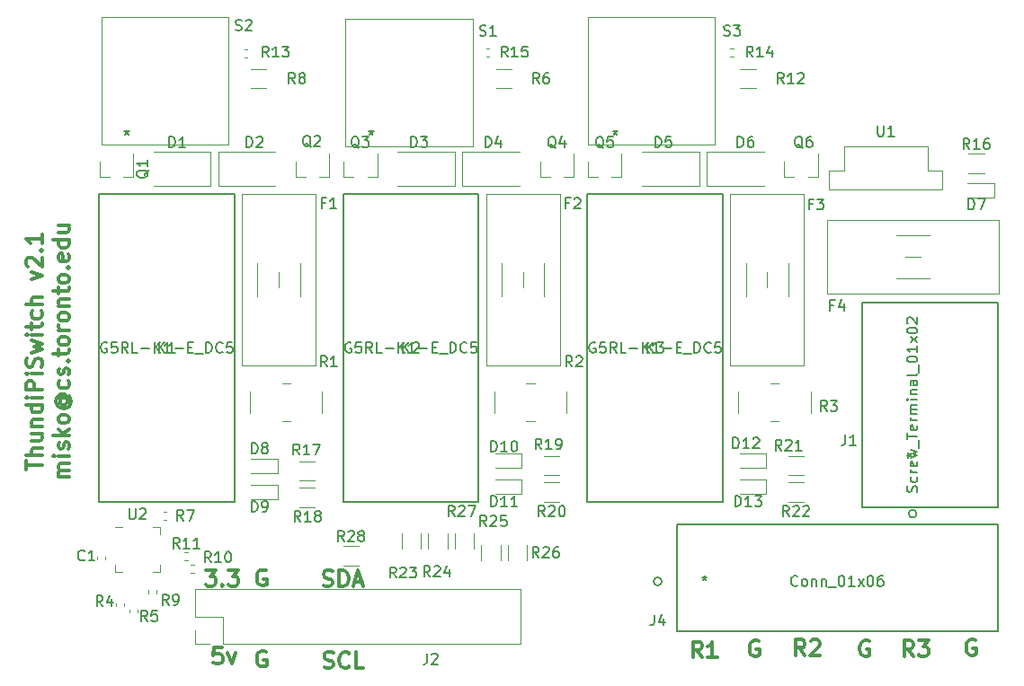
<source format=gbr>
%TF.GenerationSoftware,KiCad,Pcbnew,(5.1.9-0-10_14)*%
%TF.CreationDate,2021-04-23T09:03:30-07:00*%
%TF.ProjectId,thundipiswitch2,7468756e-6469-4706-9973-776974636832,rev?*%
%TF.SameCoordinates,Original*%
%TF.FileFunction,Legend,Top*%
%TF.FilePolarity,Positive*%
%FSLAX46Y46*%
G04 Gerber Fmt 4.6, Leading zero omitted, Abs format (unit mm)*
G04 Created by KiCad (PCBNEW (5.1.9-0-10_14)) date 2021-04-23 09:03:30*
%MOMM*%
%LPD*%
G01*
G04 APERTURE LIST*
%ADD10C,0.300000*%
%ADD11C,0.120000*%
%ADD12C,0.152400*%
%ADD13C,0.150000*%
G04 APERTURE END LIST*
D10*
X139508571Y-109807142D02*
X139722857Y-109878571D01*
X140080000Y-109878571D01*
X140222857Y-109807142D01*
X140294285Y-109735714D01*
X140365714Y-109592857D01*
X140365714Y-109450000D01*
X140294285Y-109307142D01*
X140222857Y-109235714D01*
X140080000Y-109164285D01*
X139794285Y-109092857D01*
X139651428Y-109021428D01*
X139580000Y-108950000D01*
X139508571Y-108807142D01*
X139508571Y-108664285D01*
X139580000Y-108521428D01*
X139651428Y-108450000D01*
X139794285Y-108378571D01*
X140151428Y-108378571D01*
X140365714Y-108450000D01*
X141008571Y-109878571D02*
X141008571Y-108378571D01*
X141365714Y-108378571D01*
X141580000Y-108450000D01*
X141722857Y-108592857D01*
X141794285Y-108735714D01*
X141865714Y-109021428D01*
X141865714Y-109235714D01*
X141794285Y-109521428D01*
X141722857Y-109664285D01*
X141580000Y-109807142D01*
X141365714Y-109878571D01*
X141008571Y-109878571D01*
X142437142Y-109450000D02*
X143151428Y-109450000D01*
X142294285Y-109878571D02*
X142794285Y-108378571D01*
X143294285Y-109878571D01*
X139584285Y-117507142D02*
X139798571Y-117578571D01*
X140155714Y-117578571D01*
X140298571Y-117507142D01*
X140370000Y-117435714D01*
X140441428Y-117292857D01*
X140441428Y-117150000D01*
X140370000Y-117007142D01*
X140298571Y-116935714D01*
X140155714Y-116864285D01*
X139870000Y-116792857D01*
X139727142Y-116721428D01*
X139655714Y-116650000D01*
X139584285Y-116507142D01*
X139584285Y-116364285D01*
X139655714Y-116221428D01*
X139727142Y-116150000D01*
X139870000Y-116078571D01*
X140227142Y-116078571D01*
X140441428Y-116150000D01*
X141941428Y-117435714D02*
X141870000Y-117507142D01*
X141655714Y-117578571D01*
X141512857Y-117578571D01*
X141298571Y-117507142D01*
X141155714Y-117364285D01*
X141084285Y-117221428D01*
X141012857Y-116935714D01*
X141012857Y-116721428D01*
X141084285Y-116435714D01*
X141155714Y-116292857D01*
X141298571Y-116150000D01*
X141512857Y-116078571D01*
X141655714Y-116078571D01*
X141870000Y-116150000D01*
X141941428Y-116221428D01*
X143298571Y-117578571D02*
X142584285Y-117578571D01*
X142584285Y-116078571D01*
X134092857Y-116010000D02*
X133950000Y-115938571D01*
X133735714Y-115938571D01*
X133521428Y-116010000D01*
X133378571Y-116152857D01*
X133307142Y-116295714D01*
X133235714Y-116581428D01*
X133235714Y-116795714D01*
X133307142Y-117081428D01*
X133378571Y-117224285D01*
X133521428Y-117367142D01*
X133735714Y-117438571D01*
X133878571Y-117438571D01*
X134092857Y-117367142D01*
X134164285Y-117295714D01*
X134164285Y-116795714D01*
X133878571Y-116795714D01*
X134092857Y-108380000D02*
X133950000Y-108308571D01*
X133735714Y-108308571D01*
X133521428Y-108380000D01*
X133378571Y-108522857D01*
X133307142Y-108665714D01*
X133235714Y-108951428D01*
X133235714Y-109165714D01*
X133307142Y-109451428D01*
X133378571Y-109594285D01*
X133521428Y-109737142D01*
X133735714Y-109808571D01*
X133878571Y-109808571D01*
X134092857Y-109737142D01*
X134164285Y-109665714D01*
X134164285Y-109165714D01*
X133878571Y-109165714D01*
X129945714Y-115668571D02*
X129231428Y-115668571D01*
X129160000Y-116382857D01*
X129231428Y-116311428D01*
X129374285Y-116240000D01*
X129731428Y-116240000D01*
X129874285Y-116311428D01*
X129945714Y-116382857D01*
X130017142Y-116525714D01*
X130017142Y-116882857D01*
X129945714Y-117025714D01*
X129874285Y-117097142D01*
X129731428Y-117168571D01*
X129374285Y-117168571D01*
X129231428Y-117097142D01*
X129160000Y-117025714D01*
X130517142Y-116168571D02*
X130874285Y-117168571D01*
X131231428Y-116168571D01*
X128428571Y-108338571D02*
X129357142Y-108338571D01*
X128857142Y-108910000D01*
X129071428Y-108910000D01*
X129214285Y-108981428D01*
X129285714Y-109052857D01*
X129357142Y-109195714D01*
X129357142Y-109552857D01*
X129285714Y-109695714D01*
X129214285Y-109767142D01*
X129071428Y-109838571D01*
X128642857Y-109838571D01*
X128500000Y-109767142D01*
X128428571Y-109695714D01*
X130000000Y-109695714D02*
X130071428Y-109767142D01*
X130000000Y-109838571D01*
X129928571Y-109767142D01*
X130000000Y-109695714D01*
X130000000Y-109838571D01*
X130571428Y-108338571D02*
X131500000Y-108338571D01*
X131000000Y-108910000D01*
X131214285Y-108910000D01*
X131357142Y-108981428D01*
X131428571Y-109052857D01*
X131500000Y-109195714D01*
X131500000Y-109552857D01*
X131428571Y-109695714D01*
X131357142Y-109767142D01*
X131214285Y-109838571D01*
X130785714Y-109838571D01*
X130642857Y-109767142D01*
X130571428Y-109695714D01*
X200892857Y-114950000D02*
X200750000Y-114878571D01*
X200535714Y-114878571D01*
X200321428Y-114950000D01*
X200178571Y-115092857D01*
X200107142Y-115235714D01*
X200035714Y-115521428D01*
X200035714Y-115735714D01*
X200107142Y-116021428D01*
X200178571Y-116164285D01*
X200321428Y-116307142D01*
X200535714Y-116378571D01*
X200678571Y-116378571D01*
X200892857Y-116307142D01*
X200964285Y-116235714D01*
X200964285Y-115735714D01*
X200678571Y-115735714D01*
X190892857Y-115050000D02*
X190750000Y-114978571D01*
X190535714Y-114978571D01*
X190321428Y-115050000D01*
X190178571Y-115192857D01*
X190107142Y-115335714D01*
X190035714Y-115621428D01*
X190035714Y-115835714D01*
X190107142Y-116121428D01*
X190178571Y-116264285D01*
X190321428Y-116407142D01*
X190535714Y-116478571D01*
X190678571Y-116478571D01*
X190892857Y-116407142D01*
X190964285Y-116335714D01*
X190964285Y-115835714D01*
X190678571Y-115835714D01*
X180492857Y-115050000D02*
X180350000Y-114978571D01*
X180135714Y-114978571D01*
X179921428Y-115050000D01*
X179778571Y-115192857D01*
X179707142Y-115335714D01*
X179635714Y-115621428D01*
X179635714Y-115835714D01*
X179707142Y-116121428D01*
X179778571Y-116264285D01*
X179921428Y-116407142D01*
X180135714Y-116478571D01*
X180278571Y-116478571D01*
X180492857Y-116407142D01*
X180564285Y-116335714D01*
X180564285Y-115835714D01*
X180278571Y-115835714D01*
X175150000Y-116578571D02*
X174650000Y-115864285D01*
X174292857Y-116578571D02*
X174292857Y-115078571D01*
X174864285Y-115078571D01*
X175007142Y-115150000D01*
X175078571Y-115221428D01*
X175150000Y-115364285D01*
X175150000Y-115578571D01*
X175078571Y-115721428D01*
X175007142Y-115792857D01*
X174864285Y-115864285D01*
X174292857Y-115864285D01*
X176578571Y-116578571D02*
X175721428Y-116578571D01*
X176150000Y-116578571D02*
X176150000Y-115078571D01*
X176007142Y-115292857D01*
X175864285Y-115435714D01*
X175721428Y-115507142D01*
X184850000Y-116378571D02*
X184350000Y-115664285D01*
X183992857Y-116378571D02*
X183992857Y-114878571D01*
X184564285Y-114878571D01*
X184707142Y-114950000D01*
X184778571Y-115021428D01*
X184850000Y-115164285D01*
X184850000Y-115378571D01*
X184778571Y-115521428D01*
X184707142Y-115592857D01*
X184564285Y-115664285D01*
X183992857Y-115664285D01*
X185421428Y-115021428D02*
X185492857Y-114950000D01*
X185635714Y-114878571D01*
X185992857Y-114878571D01*
X186135714Y-114950000D01*
X186207142Y-115021428D01*
X186278571Y-115164285D01*
X186278571Y-115307142D01*
X186207142Y-115521428D01*
X185350000Y-116378571D01*
X186278571Y-116378571D01*
X195050000Y-116478571D02*
X194550000Y-115764285D01*
X194192857Y-116478571D02*
X194192857Y-114978571D01*
X194764285Y-114978571D01*
X194907142Y-115050000D01*
X194978571Y-115121428D01*
X195050000Y-115264285D01*
X195050000Y-115478571D01*
X194978571Y-115621428D01*
X194907142Y-115692857D01*
X194764285Y-115764285D01*
X194192857Y-115764285D01*
X195550000Y-114978571D02*
X196478571Y-114978571D01*
X195978571Y-115550000D01*
X196192857Y-115550000D01*
X196335714Y-115621428D01*
X196407142Y-115692857D01*
X196478571Y-115835714D01*
X196478571Y-116192857D01*
X196407142Y-116335714D01*
X196335714Y-116407142D01*
X196192857Y-116478571D01*
X195764285Y-116478571D01*
X195621428Y-116407142D01*
X195550000Y-116335714D01*
X111503571Y-98842857D02*
X111503571Y-97985714D01*
X113003571Y-98414285D02*
X111503571Y-98414285D01*
X113003571Y-97485714D02*
X111503571Y-97485714D01*
X113003571Y-96842857D02*
X112217857Y-96842857D01*
X112075000Y-96914285D01*
X112003571Y-97057142D01*
X112003571Y-97271428D01*
X112075000Y-97414285D01*
X112146428Y-97485714D01*
X112003571Y-95485714D02*
X113003571Y-95485714D01*
X112003571Y-96128571D02*
X112789285Y-96128571D01*
X112932142Y-96057142D01*
X113003571Y-95914285D01*
X113003571Y-95700000D01*
X112932142Y-95557142D01*
X112860714Y-95485714D01*
X112003571Y-94771428D02*
X113003571Y-94771428D01*
X112146428Y-94771428D02*
X112075000Y-94700000D01*
X112003571Y-94557142D01*
X112003571Y-94342857D01*
X112075000Y-94200000D01*
X112217857Y-94128571D01*
X113003571Y-94128571D01*
X113003571Y-92771428D02*
X111503571Y-92771428D01*
X112932142Y-92771428D02*
X113003571Y-92914285D01*
X113003571Y-93200000D01*
X112932142Y-93342857D01*
X112860714Y-93414285D01*
X112717857Y-93485714D01*
X112289285Y-93485714D01*
X112146428Y-93414285D01*
X112075000Y-93342857D01*
X112003571Y-93200000D01*
X112003571Y-92914285D01*
X112075000Y-92771428D01*
X113003571Y-92057142D02*
X112003571Y-92057142D01*
X111503571Y-92057142D02*
X111575000Y-92128571D01*
X111646428Y-92057142D01*
X111575000Y-91985714D01*
X111503571Y-92057142D01*
X111646428Y-92057142D01*
X113003571Y-91342857D02*
X111503571Y-91342857D01*
X111503571Y-90771428D01*
X111575000Y-90628571D01*
X111646428Y-90557142D01*
X111789285Y-90485714D01*
X112003571Y-90485714D01*
X112146428Y-90557142D01*
X112217857Y-90628571D01*
X112289285Y-90771428D01*
X112289285Y-91342857D01*
X113003571Y-89842857D02*
X112003571Y-89842857D01*
X111503571Y-89842857D02*
X111575000Y-89914285D01*
X111646428Y-89842857D01*
X111575000Y-89771428D01*
X111503571Y-89842857D01*
X111646428Y-89842857D01*
X112932142Y-89200000D02*
X113003571Y-88985714D01*
X113003571Y-88628571D01*
X112932142Y-88485714D01*
X112860714Y-88414285D01*
X112717857Y-88342857D01*
X112575000Y-88342857D01*
X112432142Y-88414285D01*
X112360714Y-88485714D01*
X112289285Y-88628571D01*
X112217857Y-88914285D01*
X112146428Y-89057142D01*
X112075000Y-89128571D01*
X111932142Y-89200000D01*
X111789285Y-89200000D01*
X111646428Y-89128571D01*
X111575000Y-89057142D01*
X111503571Y-88914285D01*
X111503571Y-88557142D01*
X111575000Y-88342857D01*
X112003571Y-87842857D02*
X113003571Y-87557142D01*
X112289285Y-87271428D01*
X113003571Y-86985714D01*
X112003571Y-86700000D01*
X113003571Y-86128571D02*
X112003571Y-86128571D01*
X111503571Y-86128571D02*
X111575000Y-86200000D01*
X111646428Y-86128571D01*
X111575000Y-86057142D01*
X111503571Y-86128571D01*
X111646428Y-86128571D01*
X112003571Y-85628571D02*
X112003571Y-85057142D01*
X111503571Y-85414285D02*
X112789285Y-85414285D01*
X112932142Y-85342857D01*
X113003571Y-85200000D01*
X113003571Y-85057142D01*
X112932142Y-83914285D02*
X113003571Y-84057142D01*
X113003571Y-84342857D01*
X112932142Y-84485714D01*
X112860714Y-84557142D01*
X112717857Y-84628571D01*
X112289285Y-84628571D01*
X112146428Y-84557142D01*
X112075000Y-84485714D01*
X112003571Y-84342857D01*
X112003571Y-84057142D01*
X112075000Y-83914285D01*
X113003571Y-83271428D02*
X111503571Y-83271428D01*
X113003571Y-82628571D02*
X112217857Y-82628571D01*
X112075000Y-82700000D01*
X112003571Y-82842857D01*
X112003571Y-83057142D01*
X112075000Y-83200000D01*
X112146428Y-83271428D01*
X112003571Y-80914285D02*
X113003571Y-80557142D01*
X112003571Y-80200000D01*
X111646428Y-79700000D02*
X111575000Y-79628571D01*
X111503571Y-79485714D01*
X111503571Y-79128571D01*
X111575000Y-78985714D01*
X111646428Y-78914285D01*
X111789285Y-78842857D01*
X111932142Y-78842857D01*
X112146428Y-78914285D01*
X113003571Y-79771428D01*
X113003571Y-78842857D01*
X112860714Y-78200000D02*
X112932142Y-78128571D01*
X113003571Y-78200000D01*
X112932142Y-78271428D01*
X112860714Y-78200000D01*
X113003571Y-78200000D01*
X113003571Y-76700000D02*
X113003571Y-77557142D01*
X113003571Y-77128571D02*
X111503571Y-77128571D01*
X111717857Y-77271428D01*
X111860714Y-77414285D01*
X111932142Y-77557142D01*
X115553571Y-99557142D02*
X114553571Y-99557142D01*
X114696428Y-99557142D02*
X114625000Y-99485714D01*
X114553571Y-99342857D01*
X114553571Y-99128571D01*
X114625000Y-98985714D01*
X114767857Y-98914285D01*
X115553571Y-98914285D01*
X114767857Y-98914285D02*
X114625000Y-98842857D01*
X114553571Y-98700000D01*
X114553571Y-98485714D01*
X114625000Y-98342857D01*
X114767857Y-98271428D01*
X115553571Y-98271428D01*
X115553571Y-97557142D02*
X114553571Y-97557142D01*
X114053571Y-97557142D02*
X114125000Y-97628571D01*
X114196428Y-97557142D01*
X114125000Y-97485714D01*
X114053571Y-97557142D01*
X114196428Y-97557142D01*
X115482142Y-96914285D02*
X115553571Y-96771428D01*
X115553571Y-96485714D01*
X115482142Y-96342857D01*
X115339285Y-96271428D01*
X115267857Y-96271428D01*
X115125000Y-96342857D01*
X115053571Y-96485714D01*
X115053571Y-96700000D01*
X114982142Y-96842857D01*
X114839285Y-96914285D01*
X114767857Y-96914285D01*
X114625000Y-96842857D01*
X114553571Y-96700000D01*
X114553571Y-96485714D01*
X114625000Y-96342857D01*
X115553571Y-95628571D02*
X114053571Y-95628571D01*
X114982142Y-95485714D02*
X115553571Y-95057142D01*
X114553571Y-95057142D02*
X115125000Y-95628571D01*
X115553571Y-94200000D02*
X115482142Y-94342857D01*
X115410714Y-94414285D01*
X115267857Y-94485714D01*
X114839285Y-94485714D01*
X114696428Y-94414285D01*
X114625000Y-94342857D01*
X114553571Y-94200000D01*
X114553571Y-93985714D01*
X114625000Y-93842857D01*
X114696428Y-93771428D01*
X114839285Y-93700000D01*
X115267857Y-93700000D01*
X115410714Y-93771428D01*
X115482142Y-93842857D01*
X115553571Y-93985714D01*
X115553571Y-94200000D01*
X114839285Y-92128571D02*
X114767857Y-92200000D01*
X114696428Y-92342857D01*
X114696428Y-92485714D01*
X114767857Y-92628571D01*
X114839285Y-92700000D01*
X114982142Y-92771428D01*
X115125000Y-92771428D01*
X115267857Y-92700000D01*
X115339285Y-92628571D01*
X115410714Y-92485714D01*
X115410714Y-92342857D01*
X115339285Y-92200000D01*
X115267857Y-92128571D01*
X114696428Y-92128571D02*
X115267857Y-92128571D01*
X115339285Y-92057142D01*
X115339285Y-91985714D01*
X115267857Y-91842857D01*
X115125000Y-91771428D01*
X114767857Y-91771428D01*
X114553571Y-91914285D01*
X114410714Y-92128571D01*
X114339285Y-92414285D01*
X114410714Y-92700000D01*
X114553571Y-92914285D01*
X114767857Y-93057142D01*
X115053571Y-93128571D01*
X115339285Y-93057142D01*
X115553571Y-92914285D01*
X115696428Y-92700000D01*
X115767857Y-92414285D01*
X115696428Y-92128571D01*
X115553571Y-91914285D01*
X115482142Y-90485714D02*
X115553571Y-90628571D01*
X115553571Y-90914285D01*
X115482142Y-91057142D01*
X115410714Y-91128571D01*
X115267857Y-91200000D01*
X114839285Y-91200000D01*
X114696428Y-91128571D01*
X114625000Y-91057142D01*
X114553571Y-90914285D01*
X114553571Y-90628571D01*
X114625000Y-90485714D01*
X115482142Y-89914285D02*
X115553571Y-89771428D01*
X115553571Y-89485714D01*
X115482142Y-89342857D01*
X115339285Y-89271428D01*
X115267857Y-89271428D01*
X115125000Y-89342857D01*
X115053571Y-89485714D01*
X115053571Y-89700000D01*
X114982142Y-89842857D01*
X114839285Y-89914285D01*
X114767857Y-89914285D01*
X114625000Y-89842857D01*
X114553571Y-89700000D01*
X114553571Y-89485714D01*
X114625000Y-89342857D01*
X115410714Y-88628571D02*
X115482142Y-88557142D01*
X115553571Y-88628571D01*
X115482142Y-88700000D01*
X115410714Y-88628571D01*
X115553571Y-88628571D01*
X114553571Y-88128571D02*
X114553571Y-87557142D01*
X114053571Y-87914285D02*
X115339285Y-87914285D01*
X115482142Y-87842857D01*
X115553571Y-87700000D01*
X115553571Y-87557142D01*
X115553571Y-86842857D02*
X115482142Y-86985714D01*
X115410714Y-87057142D01*
X115267857Y-87128571D01*
X114839285Y-87128571D01*
X114696428Y-87057142D01*
X114625000Y-86985714D01*
X114553571Y-86842857D01*
X114553571Y-86628571D01*
X114625000Y-86485714D01*
X114696428Y-86414285D01*
X114839285Y-86342857D01*
X115267857Y-86342857D01*
X115410714Y-86414285D01*
X115482142Y-86485714D01*
X115553571Y-86628571D01*
X115553571Y-86842857D01*
X115553571Y-85700000D02*
X114553571Y-85700000D01*
X114839285Y-85700000D02*
X114696428Y-85628571D01*
X114625000Y-85557142D01*
X114553571Y-85414285D01*
X114553571Y-85271428D01*
X115553571Y-84557142D02*
X115482142Y-84700000D01*
X115410714Y-84771428D01*
X115267857Y-84842857D01*
X114839285Y-84842857D01*
X114696428Y-84771428D01*
X114625000Y-84700000D01*
X114553571Y-84557142D01*
X114553571Y-84342857D01*
X114625000Y-84200000D01*
X114696428Y-84128571D01*
X114839285Y-84057142D01*
X115267857Y-84057142D01*
X115410714Y-84128571D01*
X115482142Y-84200000D01*
X115553571Y-84342857D01*
X115553571Y-84557142D01*
X114553571Y-83414285D02*
X115553571Y-83414285D01*
X114696428Y-83414285D02*
X114625000Y-83342857D01*
X114553571Y-83200000D01*
X114553571Y-82985714D01*
X114625000Y-82842857D01*
X114767857Y-82771428D01*
X115553571Y-82771428D01*
X114553571Y-82271428D02*
X114553571Y-81700000D01*
X114053571Y-82057142D02*
X115339285Y-82057142D01*
X115482142Y-81985714D01*
X115553571Y-81842857D01*
X115553571Y-81700000D01*
X115553571Y-80985714D02*
X115482142Y-81128571D01*
X115410714Y-81200000D01*
X115267857Y-81271428D01*
X114839285Y-81271428D01*
X114696428Y-81200000D01*
X114625000Y-81128571D01*
X114553571Y-80985714D01*
X114553571Y-80771428D01*
X114625000Y-80628571D01*
X114696428Y-80557142D01*
X114839285Y-80485714D01*
X115267857Y-80485714D01*
X115410714Y-80557142D01*
X115482142Y-80628571D01*
X115553571Y-80771428D01*
X115553571Y-80985714D01*
X115410714Y-79842857D02*
X115482142Y-79771428D01*
X115553571Y-79842857D01*
X115482142Y-79914285D01*
X115410714Y-79842857D01*
X115553571Y-79842857D01*
X115482142Y-78557142D02*
X115553571Y-78700000D01*
X115553571Y-78985714D01*
X115482142Y-79128571D01*
X115339285Y-79200000D01*
X114767857Y-79200000D01*
X114625000Y-79128571D01*
X114553571Y-78985714D01*
X114553571Y-78700000D01*
X114625000Y-78557142D01*
X114767857Y-78485714D01*
X114910714Y-78485714D01*
X115053571Y-79200000D01*
X115553571Y-77200000D02*
X114053571Y-77200000D01*
X115482142Y-77200000D02*
X115553571Y-77342857D01*
X115553571Y-77628571D01*
X115482142Y-77771428D01*
X115410714Y-77842857D01*
X115267857Y-77914285D01*
X114839285Y-77914285D01*
X114696428Y-77842857D01*
X114625000Y-77771428D01*
X114553571Y-77628571D01*
X114553571Y-77342857D01*
X114625000Y-77200000D01*
X114553571Y-75842857D02*
X115553571Y-75842857D01*
X114553571Y-76485714D02*
X115339285Y-76485714D01*
X115482142Y-76414285D01*
X115553571Y-76271428D01*
X115553571Y-76057142D01*
X115482142Y-75914285D01*
X115410714Y-75842857D01*
D11*
%TO.C,R28*%
X141372936Y-106090000D02*
X142827064Y-106090000D01*
X141372936Y-107910000D02*
X142827064Y-107910000D01*
%TO.C,R27*%
X151210000Y-104872936D02*
X151210000Y-106327064D01*
X149390000Y-104872936D02*
X149390000Y-106327064D01*
%TO.C,R26*%
X156210000Y-105972936D02*
X156210000Y-107427064D01*
X154390000Y-105972936D02*
X154390000Y-107427064D01*
%TO.C,R25*%
X156890000Y-107427064D02*
X156890000Y-105972936D01*
X158710000Y-107427064D02*
X158710000Y-105972936D01*
%TO.C,R24*%
X151890000Y-106327064D02*
X151890000Y-104872936D01*
X153710000Y-106327064D02*
X153710000Y-104872936D01*
%TO.C,R23*%
X146890000Y-106327064D02*
X146890000Y-104872936D01*
X148710000Y-106327064D02*
X148710000Y-104872936D01*
%TO.C,S2*%
X118600000Y-56200000D02*
X118600000Y-68200000D01*
X130600000Y-56200000D02*
X130600000Y-68200000D01*
X118600000Y-68200000D02*
X130600000Y-68200000D01*
X118600000Y-56200000D02*
X130600000Y-56200000D01*
%TO.C,S1*%
X141600000Y-56400000D02*
X141600000Y-68400000D01*
X153600000Y-56400000D02*
X153600000Y-68400000D01*
X141600000Y-68400000D02*
X153600000Y-68400000D01*
X141600000Y-56400000D02*
X153600000Y-56400000D01*
%TO.C,S3*%
X164400000Y-56200000D02*
X164400000Y-68200000D01*
X176400000Y-56200000D02*
X176400000Y-68200000D01*
X164400000Y-68200000D02*
X176400000Y-68200000D01*
X164400000Y-56200000D02*
X176400000Y-56200000D01*
%TO.C,J2*%
X158070000Y-115330000D02*
X158070000Y-110130000D01*
X130070000Y-115330000D02*
X158070000Y-115330000D01*
X127470000Y-110130000D02*
X158070000Y-110130000D01*
X130070000Y-115330000D02*
X130070000Y-112730000D01*
X130070000Y-112730000D02*
X127470000Y-112730000D01*
X127470000Y-112730000D02*
X127470000Y-110130000D01*
X128800000Y-115330000D02*
X127470000Y-115330000D01*
X127470000Y-115330000D02*
X127470000Y-114000000D01*
%TO.C,R3*%
X185400000Y-93500000D02*
X185400000Y-91500000D01*
X182400000Y-94300000D02*
X181600000Y-94300000D01*
X181600000Y-90700000D02*
X182400000Y-90700000D01*
X178600000Y-93500000D02*
X178600000Y-91500000D01*
%TO.C,R2*%
X162400000Y-93500000D02*
X162400000Y-91500000D01*
X159400000Y-94300000D02*
X158600000Y-94300000D01*
X158600000Y-90700000D02*
X159400000Y-90700000D01*
X155600000Y-93500000D02*
X155600000Y-91500000D01*
%TO.C,R1*%
X139400000Y-93500000D02*
X139400000Y-91500000D01*
X136400000Y-94300000D02*
X135600000Y-94300000D01*
X135600000Y-90700000D02*
X136400000Y-90700000D01*
X132600000Y-93500000D02*
X132600000Y-91500000D01*
%TO.C,C1*%
X118960000Y-107092164D02*
X118960000Y-107307836D01*
X118240000Y-107092164D02*
X118240000Y-107307836D01*
%TO.C,U2*%
X123410000Y-104290000D02*
X124110000Y-104290000D01*
X124110000Y-104290000D02*
X124110000Y-104990000D01*
X120590000Y-108510000D02*
X119890000Y-108510000D01*
X119890000Y-108510000D02*
X119890000Y-107810000D01*
X123410000Y-108510000D02*
X124110000Y-108510000D01*
X124110000Y-108510000D02*
X124110000Y-107810000D01*
X120590000Y-104290000D02*
X119890000Y-104290000D01*
%TO.C,U1*%
X197790000Y-72420000D02*
X197790000Y-70640000D01*
X187120000Y-72420000D02*
X197790000Y-72420000D01*
X187120000Y-70650000D02*
X187120000Y-72420000D01*
X187120000Y-70640000D02*
X188520000Y-70640000D01*
X188520000Y-70640000D02*
X188520000Y-68400000D01*
X188520000Y-68400000D02*
X196400000Y-68400000D01*
X196400000Y-68400000D02*
X196400000Y-70640000D01*
X196400000Y-70640000D02*
X197790000Y-70640000D01*
%TO.C,R22*%
X184727064Y-101910000D02*
X183272936Y-101910000D01*
X184727064Y-100090000D02*
X183272936Y-100090000D01*
%TO.C,R21*%
X184727064Y-99410000D02*
X183272936Y-99410000D01*
X184727064Y-97590000D02*
X183272936Y-97590000D01*
%TO.C,R20*%
X161727064Y-101910000D02*
X160272936Y-101910000D01*
X161727064Y-100090000D02*
X160272936Y-100090000D01*
%TO.C,R19*%
X161727064Y-99410000D02*
X160272936Y-99410000D01*
X161727064Y-97590000D02*
X160272936Y-97590000D01*
%TO.C,R18*%
X138727064Y-102410000D02*
X137272936Y-102410000D01*
X138727064Y-100590000D02*
X137272936Y-100590000D01*
%TO.C,R17*%
X138727064Y-99910000D02*
X137272936Y-99910000D01*
X138727064Y-98090000D02*
X137272936Y-98090000D01*
%TO.C,R16*%
X200272936Y-69090000D02*
X201727064Y-69090000D01*
X200272936Y-70910000D02*
X201727064Y-70910000D01*
%TO.C,R15*%
X155153641Y-59880000D02*
X154846359Y-59880000D01*
X155153641Y-59120000D02*
X154846359Y-59120000D01*
%TO.C,R14*%
X178153641Y-59880000D02*
X177846359Y-59880000D01*
X178153641Y-59120000D02*
X177846359Y-59120000D01*
%TO.C,R13*%
X132353641Y-59980000D02*
X132046359Y-59980000D01*
X132353641Y-59220000D02*
X132046359Y-59220000D01*
%TO.C,R12*%
X180227064Y-62910000D02*
X178772936Y-62910000D01*
X180227064Y-61090000D02*
X178772936Y-61090000D01*
%TO.C,R11*%
X126446359Y-106620000D02*
X126753641Y-106620000D01*
X126446359Y-107380000D02*
X126753641Y-107380000D01*
%TO.C,R10*%
X127046359Y-107820000D02*
X127353641Y-107820000D01*
X127046359Y-108580000D02*
X127353641Y-108580000D01*
%TO.C,R9*%
X123780000Y-110246359D02*
X123780000Y-110553641D01*
X123020000Y-110246359D02*
X123020000Y-110553641D01*
%TO.C,R8*%
X134127064Y-62910000D02*
X132672936Y-62910000D01*
X134127064Y-61090000D02*
X132672936Y-61090000D01*
%TO.C,R7*%
X124446359Y-102820000D02*
X124753641Y-102820000D01*
X124446359Y-103580000D02*
X124753641Y-103580000D01*
%TO.C,R6*%
X157227064Y-62910000D02*
X155772936Y-62910000D01*
X157227064Y-61090000D02*
X155772936Y-61090000D01*
%TO.C,R5*%
X121980000Y-112046359D02*
X121980000Y-112353641D01*
X121220000Y-112046359D02*
X121220000Y-112353641D01*
%TO.C,R4*%
X120780000Y-111446359D02*
X120780000Y-111753641D01*
X120020000Y-111446359D02*
X120020000Y-111753641D01*
%TO.C,Q6*%
X182920000Y-71260000D02*
X183850000Y-71260000D01*
X186080000Y-71260000D02*
X185150000Y-71260000D01*
X186080000Y-71260000D02*
X186080000Y-69100000D01*
X182920000Y-71260000D02*
X182920000Y-69800000D01*
%TO.C,Q5*%
X164420000Y-71260000D02*
X165350000Y-71260000D01*
X167580000Y-71260000D02*
X166650000Y-71260000D01*
X167580000Y-71260000D02*
X167580000Y-69100000D01*
X164420000Y-71260000D02*
X164420000Y-69800000D01*
%TO.C,Q4*%
X159920000Y-71260000D02*
X160850000Y-71260000D01*
X163080000Y-71260000D02*
X162150000Y-71260000D01*
X163080000Y-71260000D02*
X163080000Y-69100000D01*
X159920000Y-71260000D02*
X159920000Y-69800000D01*
%TO.C,Q3*%
X141420000Y-71260000D02*
X142350000Y-71260000D01*
X144580000Y-71260000D02*
X143650000Y-71260000D01*
X144580000Y-71260000D02*
X144580000Y-69100000D01*
X141420000Y-71260000D02*
X141420000Y-69800000D01*
%TO.C,Q2*%
X136920000Y-71260000D02*
X137850000Y-71260000D01*
X140080000Y-71260000D02*
X139150000Y-71260000D01*
X140080000Y-71260000D02*
X140080000Y-69100000D01*
X136920000Y-71260000D02*
X136920000Y-69800000D01*
%TO.C,Q1*%
X118420000Y-71260000D02*
X119350000Y-71260000D01*
X121580000Y-71260000D02*
X120650000Y-71260000D01*
X121580000Y-71260000D02*
X121580000Y-69100000D01*
X118420000Y-71260000D02*
X118420000Y-69800000D01*
D12*
%TO.C,K3*%
X164373000Y-101927001D02*
X177127000Y-101927001D01*
X177127000Y-101927001D02*
X177127000Y-72873007D01*
X177127000Y-72873007D02*
X164373000Y-72873007D01*
X164373000Y-72873007D02*
X164373000Y-101927001D01*
%TO.C,K2*%
X141373000Y-101927001D02*
X154127000Y-101927001D01*
X154127000Y-101927001D02*
X154127000Y-72873007D01*
X154127000Y-72873007D02*
X141373000Y-72873007D01*
X141373000Y-72873007D02*
X141373000Y-101927001D01*
%TO.C,K1*%
X118373000Y-101927001D02*
X131127000Y-101927001D01*
X131127000Y-101927001D02*
X131127000Y-72873007D01*
X131127000Y-72873007D02*
X118373000Y-72873007D01*
X118373000Y-72873007D02*
X118373000Y-101927001D01*
%TO.C,J4*%
X172773005Y-114127001D02*
X203026997Y-114127001D01*
X203026997Y-114127001D02*
X203026997Y-104023000D01*
X203026997Y-104023000D02*
X172773005Y-104023000D01*
X172773005Y-104023000D02*
X172773005Y-114127001D01*
X171376005Y-109400000D02*
G75*
G03*
X171376005Y-109400000I-381000J0D01*
G01*
%TO.C,J1*%
X203026999Y-102387001D02*
X203026999Y-83092998D01*
X203026999Y-83092998D02*
X190272999Y-83092998D01*
X190272999Y-83092998D02*
X190272999Y-102387001D01*
X190272999Y-102387001D02*
X203026999Y-102387001D01*
X195381000Y-103022000D02*
G75*
G03*
X195381000Y-103022000I-381000J0D01*
G01*
D11*
%TO.C,F3*%
X184770000Y-72860000D02*
X177830000Y-72860000D01*
X177830000Y-72860000D02*
X177830000Y-89060000D01*
X177830000Y-89060000D02*
X184770000Y-89060000D01*
X184770000Y-89060000D02*
X184770000Y-72860000D01*
X181300000Y-80210000D02*
X181300000Y-81710000D01*
X179300000Y-82560000D02*
X179300000Y-79360000D01*
X183300000Y-79360000D02*
X183300000Y-82560000D01*
%TO.C,F2*%
X161770000Y-72860000D02*
X154830000Y-72860000D01*
X154830000Y-72860000D02*
X154830000Y-89060000D01*
X154830000Y-89060000D02*
X161770000Y-89060000D01*
X161770000Y-89060000D02*
X161770000Y-72860000D01*
X158300000Y-80210000D02*
X158300000Y-81710000D01*
X156300000Y-82560000D02*
X156300000Y-79360000D01*
X160300000Y-79360000D02*
X160300000Y-82560000D01*
%TO.C,F4*%
X203140000Y-82270000D02*
X203140000Y-75330000D01*
X203140000Y-75330000D02*
X186940000Y-75330000D01*
X186940000Y-75330000D02*
X186940000Y-82270000D01*
X186940000Y-82270000D02*
X203140000Y-82270000D01*
X195790000Y-78800000D02*
X194290000Y-78800000D01*
X193440000Y-76800000D02*
X196640000Y-76800000D01*
X196640000Y-80800000D02*
X193440000Y-80800000D01*
%TO.C,F1*%
X138770000Y-72860000D02*
X131830000Y-72860000D01*
X131830000Y-72860000D02*
X131830000Y-89060000D01*
X131830000Y-89060000D02*
X138770000Y-89060000D01*
X138770000Y-89060000D02*
X138770000Y-72860000D01*
X135300000Y-80210000D02*
X135300000Y-81710000D01*
X133300000Y-82560000D02*
X133300000Y-79360000D01*
X137300000Y-79360000D02*
X137300000Y-82560000D01*
%TO.C,D13*%
X178700000Y-101185000D02*
X181185000Y-101185000D01*
X181185000Y-101185000D02*
X181185000Y-99815000D01*
X181185000Y-99815000D02*
X178700000Y-99815000D01*
%TO.C,D12*%
X178700000Y-98685000D02*
X181185000Y-98685000D01*
X181185000Y-98685000D02*
X181185000Y-97315000D01*
X181185000Y-97315000D02*
X178700000Y-97315000D01*
%TO.C,D11*%
X155700000Y-101185000D02*
X158185000Y-101185000D01*
X158185000Y-101185000D02*
X158185000Y-99815000D01*
X158185000Y-99815000D02*
X155700000Y-99815000D01*
%TO.C,D10*%
X155700000Y-98685000D02*
X158185000Y-98685000D01*
X158185000Y-98685000D02*
X158185000Y-97315000D01*
X158185000Y-97315000D02*
X155700000Y-97315000D01*
%TO.C,D9*%
X132700000Y-101685000D02*
X135185000Y-101685000D01*
X135185000Y-101685000D02*
X135185000Y-100315000D01*
X135185000Y-100315000D02*
X132700000Y-100315000D01*
%TO.C,D8*%
X132700000Y-99185000D02*
X135185000Y-99185000D01*
X135185000Y-99185000D02*
X135185000Y-97815000D01*
X135185000Y-97815000D02*
X132700000Y-97815000D01*
%TO.C,D7*%
X200200000Y-73185000D02*
X202685000Y-73185000D01*
X202685000Y-73185000D02*
X202685000Y-71815000D01*
X202685000Y-71815000D02*
X200200000Y-71815000D01*
%TO.C,D6*%
X175600000Y-68850000D02*
X175600000Y-72150000D01*
X175600000Y-72150000D02*
X181000000Y-72150000D01*
X175600000Y-68850000D02*
X181000000Y-68850000D01*
%TO.C,D5*%
X174900000Y-72150000D02*
X174900000Y-68850000D01*
X174900000Y-68850000D02*
X169500000Y-68850000D01*
X174900000Y-72150000D02*
X169500000Y-72150000D01*
%TO.C,D4*%
X152600000Y-68850000D02*
X152600000Y-72150000D01*
X152600000Y-72150000D02*
X158000000Y-72150000D01*
X152600000Y-68850000D02*
X158000000Y-68850000D01*
%TO.C,D3*%
X151900000Y-72150000D02*
X151900000Y-68850000D01*
X151900000Y-68850000D02*
X146500000Y-68850000D01*
X151900000Y-72150000D02*
X146500000Y-72150000D01*
%TO.C,D2*%
X129600000Y-68850000D02*
X129600000Y-72150000D01*
X129600000Y-72150000D02*
X135000000Y-72150000D01*
X129600000Y-68850000D02*
X135000000Y-68850000D01*
%TO.C,D1*%
X128900000Y-72150000D02*
X128900000Y-68850000D01*
X128900000Y-68850000D02*
X123500000Y-68850000D01*
X128900000Y-72150000D02*
X123500000Y-72150000D01*
%TO.C,R28*%
D13*
X141457142Y-105632380D02*
X141123809Y-105156190D01*
X140885714Y-105632380D02*
X140885714Y-104632380D01*
X141266666Y-104632380D01*
X141361904Y-104680000D01*
X141409523Y-104727619D01*
X141457142Y-104822857D01*
X141457142Y-104965714D01*
X141409523Y-105060952D01*
X141361904Y-105108571D01*
X141266666Y-105156190D01*
X140885714Y-105156190D01*
X141838095Y-104727619D02*
X141885714Y-104680000D01*
X141980952Y-104632380D01*
X142219047Y-104632380D01*
X142314285Y-104680000D01*
X142361904Y-104727619D01*
X142409523Y-104822857D01*
X142409523Y-104918095D01*
X142361904Y-105060952D01*
X141790476Y-105632380D01*
X142409523Y-105632380D01*
X142980952Y-105060952D02*
X142885714Y-105013333D01*
X142838095Y-104965714D01*
X142790476Y-104870476D01*
X142790476Y-104822857D01*
X142838095Y-104727619D01*
X142885714Y-104680000D01*
X142980952Y-104632380D01*
X143171428Y-104632380D01*
X143266666Y-104680000D01*
X143314285Y-104727619D01*
X143361904Y-104822857D01*
X143361904Y-104870476D01*
X143314285Y-104965714D01*
X143266666Y-105013333D01*
X143171428Y-105060952D01*
X142980952Y-105060952D01*
X142885714Y-105108571D01*
X142838095Y-105156190D01*
X142790476Y-105251428D01*
X142790476Y-105441904D01*
X142838095Y-105537142D01*
X142885714Y-105584761D01*
X142980952Y-105632380D01*
X143171428Y-105632380D01*
X143266666Y-105584761D01*
X143314285Y-105537142D01*
X143361904Y-105441904D01*
X143361904Y-105251428D01*
X143314285Y-105156190D01*
X143266666Y-105108571D01*
X143171428Y-105060952D01*
%TO.C,R27*%
X151857142Y-103252380D02*
X151523809Y-102776190D01*
X151285714Y-103252380D02*
X151285714Y-102252380D01*
X151666666Y-102252380D01*
X151761904Y-102300000D01*
X151809523Y-102347619D01*
X151857142Y-102442857D01*
X151857142Y-102585714D01*
X151809523Y-102680952D01*
X151761904Y-102728571D01*
X151666666Y-102776190D01*
X151285714Y-102776190D01*
X152238095Y-102347619D02*
X152285714Y-102300000D01*
X152380952Y-102252380D01*
X152619047Y-102252380D01*
X152714285Y-102300000D01*
X152761904Y-102347619D01*
X152809523Y-102442857D01*
X152809523Y-102538095D01*
X152761904Y-102680952D01*
X152190476Y-103252380D01*
X152809523Y-103252380D01*
X153142857Y-102252380D02*
X153809523Y-102252380D01*
X153380952Y-103252380D01*
%TO.C,R26*%
X159807142Y-107152380D02*
X159473809Y-106676190D01*
X159235714Y-107152380D02*
X159235714Y-106152380D01*
X159616666Y-106152380D01*
X159711904Y-106200000D01*
X159759523Y-106247619D01*
X159807142Y-106342857D01*
X159807142Y-106485714D01*
X159759523Y-106580952D01*
X159711904Y-106628571D01*
X159616666Y-106676190D01*
X159235714Y-106676190D01*
X160188095Y-106247619D02*
X160235714Y-106200000D01*
X160330952Y-106152380D01*
X160569047Y-106152380D01*
X160664285Y-106200000D01*
X160711904Y-106247619D01*
X160759523Y-106342857D01*
X160759523Y-106438095D01*
X160711904Y-106580952D01*
X160140476Y-107152380D01*
X160759523Y-107152380D01*
X161616666Y-106152380D02*
X161426190Y-106152380D01*
X161330952Y-106200000D01*
X161283333Y-106247619D01*
X161188095Y-106390476D01*
X161140476Y-106580952D01*
X161140476Y-106961904D01*
X161188095Y-107057142D01*
X161235714Y-107104761D01*
X161330952Y-107152380D01*
X161521428Y-107152380D01*
X161616666Y-107104761D01*
X161664285Y-107057142D01*
X161711904Y-106961904D01*
X161711904Y-106723809D01*
X161664285Y-106628571D01*
X161616666Y-106580952D01*
X161521428Y-106533333D01*
X161330952Y-106533333D01*
X161235714Y-106580952D01*
X161188095Y-106628571D01*
X161140476Y-106723809D01*
%TO.C,R25*%
X154867142Y-104182380D02*
X154533809Y-103706190D01*
X154295714Y-104182380D02*
X154295714Y-103182380D01*
X154676666Y-103182380D01*
X154771904Y-103230000D01*
X154819523Y-103277619D01*
X154867142Y-103372857D01*
X154867142Y-103515714D01*
X154819523Y-103610952D01*
X154771904Y-103658571D01*
X154676666Y-103706190D01*
X154295714Y-103706190D01*
X155248095Y-103277619D02*
X155295714Y-103230000D01*
X155390952Y-103182380D01*
X155629047Y-103182380D01*
X155724285Y-103230000D01*
X155771904Y-103277619D01*
X155819523Y-103372857D01*
X155819523Y-103468095D01*
X155771904Y-103610952D01*
X155200476Y-104182380D01*
X155819523Y-104182380D01*
X156724285Y-103182380D02*
X156248095Y-103182380D01*
X156200476Y-103658571D01*
X156248095Y-103610952D01*
X156343333Y-103563333D01*
X156581428Y-103563333D01*
X156676666Y-103610952D01*
X156724285Y-103658571D01*
X156771904Y-103753809D01*
X156771904Y-103991904D01*
X156724285Y-104087142D01*
X156676666Y-104134761D01*
X156581428Y-104182380D01*
X156343333Y-104182380D01*
X156248095Y-104134761D01*
X156200476Y-104087142D01*
%TO.C,R24*%
X149557142Y-108952380D02*
X149223809Y-108476190D01*
X148985714Y-108952380D02*
X148985714Y-107952380D01*
X149366666Y-107952380D01*
X149461904Y-108000000D01*
X149509523Y-108047619D01*
X149557142Y-108142857D01*
X149557142Y-108285714D01*
X149509523Y-108380952D01*
X149461904Y-108428571D01*
X149366666Y-108476190D01*
X148985714Y-108476190D01*
X149938095Y-108047619D02*
X149985714Y-108000000D01*
X150080952Y-107952380D01*
X150319047Y-107952380D01*
X150414285Y-108000000D01*
X150461904Y-108047619D01*
X150509523Y-108142857D01*
X150509523Y-108238095D01*
X150461904Y-108380952D01*
X149890476Y-108952380D01*
X150509523Y-108952380D01*
X151366666Y-108285714D02*
X151366666Y-108952380D01*
X151128571Y-107904761D02*
X150890476Y-108619047D01*
X151509523Y-108619047D01*
%TO.C,R23*%
X146357142Y-109052380D02*
X146023809Y-108576190D01*
X145785714Y-109052380D02*
X145785714Y-108052380D01*
X146166666Y-108052380D01*
X146261904Y-108100000D01*
X146309523Y-108147619D01*
X146357142Y-108242857D01*
X146357142Y-108385714D01*
X146309523Y-108480952D01*
X146261904Y-108528571D01*
X146166666Y-108576190D01*
X145785714Y-108576190D01*
X146738095Y-108147619D02*
X146785714Y-108100000D01*
X146880952Y-108052380D01*
X147119047Y-108052380D01*
X147214285Y-108100000D01*
X147261904Y-108147619D01*
X147309523Y-108242857D01*
X147309523Y-108338095D01*
X147261904Y-108480952D01*
X146690476Y-109052380D01*
X147309523Y-109052380D01*
X147642857Y-108052380D02*
X148261904Y-108052380D01*
X147928571Y-108433333D01*
X148071428Y-108433333D01*
X148166666Y-108480952D01*
X148214285Y-108528571D01*
X148261904Y-108623809D01*
X148261904Y-108861904D01*
X148214285Y-108957142D01*
X148166666Y-109004761D01*
X148071428Y-109052380D01*
X147785714Y-109052380D01*
X147690476Y-109004761D01*
X147642857Y-108957142D01*
%TO.C,S2*%
X131238095Y-57404761D02*
X131380952Y-57452380D01*
X131619047Y-57452380D01*
X131714285Y-57404761D01*
X131761904Y-57357142D01*
X131809523Y-57261904D01*
X131809523Y-57166666D01*
X131761904Y-57071428D01*
X131714285Y-57023809D01*
X131619047Y-56976190D01*
X131428571Y-56928571D01*
X131333333Y-56880952D01*
X131285714Y-56833333D01*
X131238095Y-56738095D01*
X131238095Y-56642857D01*
X131285714Y-56547619D01*
X131333333Y-56500000D01*
X131428571Y-56452380D01*
X131666666Y-56452380D01*
X131809523Y-56500000D01*
X132190476Y-56547619D02*
X132238095Y-56500000D01*
X132333333Y-56452380D01*
X132571428Y-56452380D01*
X132666666Y-56500000D01*
X132714285Y-56547619D01*
X132761904Y-56642857D01*
X132761904Y-56738095D01*
X132714285Y-56880952D01*
X132142857Y-57452380D01*
X132761904Y-57452380D01*
%TO.C,S1*%
X154238095Y-57904761D02*
X154380952Y-57952380D01*
X154619047Y-57952380D01*
X154714285Y-57904761D01*
X154761904Y-57857142D01*
X154809523Y-57761904D01*
X154809523Y-57666666D01*
X154761904Y-57571428D01*
X154714285Y-57523809D01*
X154619047Y-57476190D01*
X154428571Y-57428571D01*
X154333333Y-57380952D01*
X154285714Y-57333333D01*
X154238095Y-57238095D01*
X154238095Y-57142857D01*
X154285714Y-57047619D01*
X154333333Y-57000000D01*
X154428571Y-56952380D01*
X154666666Y-56952380D01*
X154809523Y-57000000D01*
X155761904Y-57952380D02*
X155190476Y-57952380D01*
X155476190Y-57952380D02*
X155476190Y-56952380D01*
X155380952Y-57095238D01*
X155285714Y-57190476D01*
X155190476Y-57238095D01*
%TO.C,S3*%
X177238095Y-57904761D02*
X177380952Y-57952380D01*
X177619047Y-57952380D01*
X177714285Y-57904761D01*
X177761904Y-57857142D01*
X177809523Y-57761904D01*
X177809523Y-57666666D01*
X177761904Y-57571428D01*
X177714285Y-57523809D01*
X177619047Y-57476190D01*
X177428571Y-57428571D01*
X177333333Y-57380952D01*
X177285714Y-57333333D01*
X177238095Y-57238095D01*
X177238095Y-57142857D01*
X177285714Y-57047619D01*
X177333333Y-57000000D01*
X177428571Y-56952380D01*
X177666666Y-56952380D01*
X177809523Y-57000000D01*
X178142857Y-56952380D02*
X178761904Y-56952380D01*
X178428571Y-57333333D01*
X178571428Y-57333333D01*
X178666666Y-57380952D01*
X178714285Y-57428571D01*
X178761904Y-57523809D01*
X178761904Y-57761904D01*
X178714285Y-57857142D01*
X178666666Y-57904761D01*
X178571428Y-57952380D01*
X178285714Y-57952380D01*
X178190476Y-57904761D01*
X178142857Y-57857142D01*
%TO.C,J2*%
X149286666Y-116212380D02*
X149286666Y-116926666D01*
X149239047Y-117069523D01*
X149143809Y-117164761D01*
X149000952Y-117212380D01*
X148905714Y-117212380D01*
X149715238Y-116307619D02*
X149762857Y-116260000D01*
X149858095Y-116212380D01*
X150096190Y-116212380D01*
X150191428Y-116260000D01*
X150239047Y-116307619D01*
X150286666Y-116402857D01*
X150286666Y-116498095D01*
X150239047Y-116640952D01*
X149667619Y-117212380D01*
X150286666Y-117212380D01*
%TO.C,R3*%
X186933333Y-93352380D02*
X186600000Y-92876190D01*
X186361904Y-93352380D02*
X186361904Y-92352380D01*
X186742857Y-92352380D01*
X186838095Y-92400000D01*
X186885714Y-92447619D01*
X186933333Y-92542857D01*
X186933333Y-92685714D01*
X186885714Y-92780952D01*
X186838095Y-92828571D01*
X186742857Y-92876190D01*
X186361904Y-92876190D01*
X187266666Y-92352380D02*
X187885714Y-92352380D01*
X187552380Y-92733333D01*
X187695238Y-92733333D01*
X187790476Y-92780952D01*
X187838095Y-92828571D01*
X187885714Y-92923809D01*
X187885714Y-93161904D01*
X187838095Y-93257142D01*
X187790476Y-93304761D01*
X187695238Y-93352380D01*
X187409523Y-93352380D01*
X187314285Y-93304761D01*
X187266666Y-93257142D01*
%TO.C,R2*%
X162933333Y-89152380D02*
X162600000Y-88676190D01*
X162361904Y-89152380D02*
X162361904Y-88152380D01*
X162742857Y-88152380D01*
X162838095Y-88200000D01*
X162885714Y-88247619D01*
X162933333Y-88342857D01*
X162933333Y-88485714D01*
X162885714Y-88580952D01*
X162838095Y-88628571D01*
X162742857Y-88676190D01*
X162361904Y-88676190D01*
X163314285Y-88247619D02*
X163361904Y-88200000D01*
X163457142Y-88152380D01*
X163695238Y-88152380D01*
X163790476Y-88200000D01*
X163838095Y-88247619D01*
X163885714Y-88342857D01*
X163885714Y-88438095D01*
X163838095Y-88580952D01*
X163266666Y-89152380D01*
X163885714Y-89152380D01*
%TO.C,R1*%
X139833333Y-89152380D02*
X139500000Y-88676190D01*
X139261904Y-89152380D02*
X139261904Y-88152380D01*
X139642857Y-88152380D01*
X139738095Y-88200000D01*
X139785714Y-88247619D01*
X139833333Y-88342857D01*
X139833333Y-88485714D01*
X139785714Y-88580952D01*
X139738095Y-88628571D01*
X139642857Y-88676190D01*
X139261904Y-88676190D01*
X140785714Y-89152380D02*
X140214285Y-89152380D01*
X140500000Y-89152380D02*
X140500000Y-88152380D01*
X140404761Y-88295238D01*
X140309523Y-88390476D01*
X140214285Y-88438095D01*
%TO.C,C1*%
X117033333Y-107357142D02*
X116985714Y-107404761D01*
X116842857Y-107452380D01*
X116747619Y-107452380D01*
X116604761Y-107404761D01*
X116509523Y-107309523D01*
X116461904Y-107214285D01*
X116414285Y-107023809D01*
X116414285Y-106880952D01*
X116461904Y-106690476D01*
X116509523Y-106595238D01*
X116604761Y-106500000D01*
X116747619Y-106452380D01*
X116842857Y-106452380D01*
X116985714Y-106500000D01*
X117033333Y-106547619D01*
X117985714Y-107452380D02*
X117414285Y-107452380D01*
X117700000Y-107452380D02*
X117700000Y-106452380D01*
X117604761Y-106595238D01*
X117509523Y-106690476D01*
X117414285Y-106738095D01*
%TO.C,U2*%
X121238095Y-102532380D02*
X121238095Y-103341904D01*
X121285714Y-103437142D01*
X121333333Y-103484761D01*
X121428571Y-103532380D01*
X121619047Y-103532380D01*
X121714285Y-103484761D01*
X121761904Y-103437142D01*
X121809523Y-103341904D01*
X121809523Y-102532380D01*
X122238095Y-102627619D02*
X122285714Y-102580000D01*
X122380952Y-102532380D01*
X122619047Y-102532380D01*
X122714285Y-102580000D01*
X122761904Y-102627619D01*
X122809523Y-102722857D01*
X122809523Y-102818095D01*
X122761904Y-102960952D01*
X122190476Y-103532380D01*
X122809523Y-103532380D01*
%TO.C,U1*%
X191698095Y-66412380D02*
X191698095Y-67221904D01*
X191745714Y-67317142D01*
X191793333Y-67364761D01*
X191888571Y-67412380D01*
X192079047Y-67412380D01*
X192174285Y-67364761D01*
X192221904Y-67317142D01*
X192269523Y-67221904D01*
X192269523Y-66412380D01*
X193269523Y-67412380D02*
X192698095Y-67412380D01*
X192983809Y-67412380D02*
X192983809Y-66412380D01*
X192888571Y-66555238D01*
X192793333Y-66650476D01*
X192698095Y-66698095D01*
%TO.C,R22*%
X183357142Y-103272380D02*
X183023809Y-102796190D01*
X182785714Y-103272380D02*
X182785714Y-102272380D01*
X183166666Y-102272380D01*
X183261904Y-102320000D01*
X183309523Y-102367619D01*
X183357142Y-102462857D01*
X183357142Y-102605714D01*
X183309523Y-102700952D01*
X183261904Y-102748571D01*
X183166666Y-102796190D01*
X182785714Y-102796190D01*
X183738095Y-102367619D02*
X183785714Y-102320000D01*
X183880952Y-102272380D01*
X184119047Y-102272380D01*
X184214285Y-102320000D01*
X184261904Y-102367619D01*
X184309523Y-102462857D01*
X184309523Y-102558095D01*
X184261904Y-102700952D01*
X183690476Y-103272380D01*
X184309523Y-103272380D01*
X184690476Y-102367619D02*
X184738095Y-102320000D01*
X184833333Y-102272380D01*
X185071428Y-102272380D01*
X185166666Y-102320000D01*
X185214285Y-102367619D01*
X185261904Y-102462857D01*
X185261904Y-102558095D01*
X185214285Y-102700952D01*
X184642857Y-103272380D01*
X185261904Y-103272380D01*
%TO.C,R21*%
X182657142Y-97052380D02*
X182323809Y-96576190D01*
X182085714Y-97052380D02*
X182085714Y-96052380D01*
X182466666Y-96052380D01*
X182561904Y-96100000D01*
X182609523Y-96147619D01*
X182657142Y-96242857D01*
X182657142Y-96385714D01*
X182609523Y-96480952D01*
X182561904Y-96528571D01*
X182466666Y-96576190D01*
X182085714Y-96576190D01*
X183038095Y-96147619D02*
X183085714Y-96100000D01*
X183180952Y-96052380D01*
X183419047Y-96052380D01*
X183514285Y-96100000D01*
X183561904Y-96147619D01*
X183609523Y-96242857D01*
X183609523Y-96338095D01*
X183561904Y-96480952D01*
X182990476Y-97052380D01*
X183609523Y-97052380D01*
X184561904Y-97052380D02*
X183990476Y-97052380D01*
X184276190Y-97052380D02*
X184276190Y-96052380D01*
X184180952Y-96195238D01*
X184085714Y-96290476D01*
X183990476Y-96338095D01*
%TO.C,R20*%
X160357142Y-103272380D02*
X160023809Y-102796190D01*
X159785714Y-103272380D02*
X159785714Y-102272380D01*
X160166666Y-102272380D01*
X160261904Y-102320000D01*
X160309523Y-102367619D01*
X160357142Y-102462857D01*
X160357142Y-102605714D01*
X160309523Y-102700952D01*
X160261904Y-102748571D01*
X160166666Y-102796190D01*
X159785714Y-102796190D01*
X160738095Y-102367619D02*
X160785714Y-102320000D01*
X160880952Y-102272380D01*
X161119047Y-102272380D01*
X161214285Y-102320000D01*
X161261904Y-102367619D01*
X161309523Y-102462857D01*
X161309523Y-102558095D01*
X161261904Y-102700952D01*
X160690476Y-103272380D01*
X161309523Y-103272380D01*
X161928571Y-102272380D02*
X162023809Y-102272380D01*
X162119047Y-102320000D01*
X162166666Y-102367619D01*
X162214285Y-102462857D01*
X162261904Y-102653333D01*
X162261904Y-102891428D01*
X162214285Y-103081904D01*
X162166666Y-103177142D01*
X162119047Y-103224761D01*
X162023809Y-103272380D01*
X161928571Y-103272380D01*
X161833333Y-103224761D01*
X161785714Y-103177142D01*
X161738095Y-103081904D01*
X161690476Y-102891428D01*
X161690476Y-102653333D01*
X161738095Y-102462857D01*
X161785714Y-102367619D01*
X161833333Y-102320000D01*
X161928571Y-102272380D01*
%TO.C,R19*%
X160057142Y-96952380D02*
X159723809Y-96476190D01*
X159485714Y-96952380D02*
X159485714Y-95952380D01*
X159866666Y-95952380D01*
X159961904Y-96000000D01*
X160009523Y-96047619D01*
X160057142Y-96142857D01*
X160057142Y-96285714D01*
X160009523Y-96380952D01*
X159961904Y-96428571D01*
X159866666Y-96476190D01*
X159485714Y-96476190D01*
X161009523Y-96952380D02*
X160438095Y-96952380D01*
X160723809Y-96952380D02*
X160723809Y-95952380D01*
X160628571Y-96095238D01*
X160533333Y-96190476D01*
X160438095Y-96238095D01*
X161485714Y-96952380D02*
X161676190Y-96952380D01*
X161771428Y-96904761D01*
X161819047Y-96857142D01*
X161914285Y-96714285D01*
X161961904Y-96523809D01*
X161961904Y-96142857D01*
X161914285Y-96047619D01*
X161866666Y-96000000D01*
X161771428Y-95952380D01*
X161580952Y-95952380D01*
X161485714Y-96000000D01*
X161438095Y-96047619D01*
X161390476Y-96142857D01*
X161390476Y-96380952D01*
X161438095Y-96476190D01*
X161485714Y-96523809D01*
X161580952Y-96571428D01*
X161771428Y-96571428D01*
X161866666Y-96523809D01*
X161914285Y-96476190D01*
X161961904Y-96380952D01*
%TO.C,R18*%
X137357142Y-103772380D02*
X137023809Y-103296190D01*
X136785714Y-103772380D02*
X136785714Y-102772380D01*
X137166666Y-102772380D01*
X137261904Y-102820000D01*
X137309523Y-102867619D01*
X137357142Y-102962857D01*
X137357142Y-103105714D01*
X137309523Y-103200952D01*
X137261904Y-103248571D01*
X137166666Y-103296190D01*
X136785714Y-103296190D01*
X138309523Y-103772380D02*
X137738095Y-103772380D01*
X138023809Y-103772380D02*
X138023809Y-102772380D01*
X137928571Y-102915238D01*
X137833333Y-103010476D01*
X137738095Y-103058095D01*
X138880952Y-103200952D02*
X138785714Y-103153333D01*
X138738095Y-103105714D01*
X138690476Y-103010476D01*
X138690476Y-102962857D01*
X138738095Y-102867619D01*
X138785714Y-102820000D01*
X138880952Y-102772380D01*
X139071428Y-102772380D01*
X139166666Y-102820000D01*
X139214285Y-102867619D01*
X139261904Y-102962857D01*
X139261904Y-103010476D01*
X139214285Y-103105714D01*
X139166666Y-103153333D01*
X139071428Y-103200952D01*
X138880952Y-103200952D01*
X138785714Y-103248571D01*
X138738095Y-103296190D01*
X138690476Y-103391428D01*
X138690476Y-103581904D01*
X138738095Y-103677142D01*
X138785714Y-103724761D01*
X138880952Y-103772380D01*
X139071428Y-103772380D01*
X139166666Y-103724761D01*
X139214285Y-103677142D01*
X139261904Y-103581904D01*
X139261904Y-103391428D01*
X139214285Y-103296190D01*
X139166666Y-103248571D01*
X139071428Y-103200952D01*
%TO.C,R17*%
X137257142Y-97452380D02*
X136923809Y-96976190D01*
X136685714Y-97452380D02*
X136685714Y-96452380D01*
X137066666Y-96452380D01*
X137161904Y-96500000D01*
X137209523Y-96547619D01*
X137257142Y-96642857D01*
X137257142Y-96785714D01*
X137209523Y-96880952D01*
X137161904Y-96928571D01*
X137066666Y-96976190D01*
X136685714Y-96976190D01*
X138209523Y-97452380D02*
X137638095Y-97452380D01*
X137923809Y-97452380D02*
X137923809Y-96452380D01*
X137828571Y-96595238D01*
X137733333Y-96690476D01*
X137638095Y-96738095D01*
X138542857Y-96452380D02*
X139209523Y-96452380D01*
X138780952Y-97452380D01*
%TO.C,R16*%
X200357142Y-68632380D02*
X200023809Y-68156190D01*
X199785714Y-68632380D02*
X199785714Y-67632380D01*
X200166666Y-67632380D01*
X200261904Y-67680000D01*
X200309523Y-67727619D01*
X200357142Y-67822857D01*
X200357142Y-67965714D01*
X200309523Y-68060952D01*
X200261904Y-68108571D01*
X200166666Y-68156190D01*
X199785714Y-68156190D01*
X201309523Y-68632380D02*
X200738095Y-68632380D01*
X201023809Y-68632380D02*
X201023809Y-67632380D01*
X200928571Y-67775238D01*
X200833333Y-67870476D01*
X200738095Y-67918095D01*
X202166666Y-67632380D02*
X201976190Y-67632380D01*
X201880952Y-67680000D01*
X201833333Y-67727619D01*
X201738095Y-67870476D01*
X201690476Y-68060952D01*
X201690476Y-68441904D01*
X201738095Y-68537142D01*
X201785714Y-68584761D01*
X201880952Y-68632380D01*
X202071428Y-68632380D01*
X202166666Y-68584761D01*
X202214285Y-68537142D01*
X202261904Y-68441904D01*
X202261904Y-68203809D01*
X202214285Y-68108571D01*
X202166666Y-68060952D01*
X202071428Y-68013333D01*
X201880952Y-68013333D01*
X201785714Y-68060952D01*
X201738095Y-68108571D01*
X201690476Y-68203809D01*
%TO.C,R15*%
X156857142Y-59952380D02*
X156523809Y-59476190D01*
X156285714Y-59952380D02*
X156285714Y-58952380D01*
X156666666Y-58952380D01*
X156761904Y-59000000D01*
X156809523Y-59047619D01*
X156857142Y-59142857D01*
X156857142Y-59285714D01*
X156809523Y-59380952D01*
X156761904Y-59428571D01*
X156666666Y-59476190D01*
X156285714Y-59476190D01*
X157809523Y-59952380D02*
X157238095Y-59952380D01*
X157523809Y-59952380D02*
X157523809Y-58952380D01*
X157428571Y-59095238D01*
X157333333Y-59190476D01*
X157238095Y-59238095D01*
X158714285Y-58952380D02*
X158238095Y-58952380D01*
X158190476Y-59428571D01*
X158238095Y-59380952D01*
X158333333Y-59333333D01*
X158571428Y-59333333D01*
X158666666Y-59380952D01*
X158714285Y-59428571D01*
X158761904Y-59523809D01*
X158761904Y-59761904D01*
X158714285Y-59857142D01*
X158666666Y-59904761D01*
X158571428Y-59952380D01*
X158333333Y-59952380D01*
X158238095Y-59904761D01*
X158190476Y-59857142D01*
%TO.C,R14*%
X179957142Y-59952380D02*
X179623809Y-59476190D01*
X179385714Y-59952380D02*
X179385714Y-58952380D01*
X179766666Y-58952380D01*
X179861904Y-59000000D01*
X179909523Y-59047619D01*
X179957142Y-59142857D01*
X179957142Y-59285714D01*
X179909523Y-59380952D01*
X179861904Y-59428571D01*
X179766666Y-59476190D01*
X179385714Y-59476190D01*
X180909523Y-59952380D02*
X180338095Y-59952380D01*
X180623809Y-59952380D02*
X180623809Y-58952380D01*
X180528571Y-59095238D01*
X180433333Y-59190476D01*
X180338095Y-59238095D01*
X181766666Y-59285714D02*
X181766666Y-59952380D01*
X181528571Y-58904761D02*
X181290476Y-59619047D01*
X181909523Y-59619047D01*
%TO.C,R13*%
X134357142Y-59952380D02*
X134023809Y-59476190D01*
X133785714Y-59952380D02*
X133785714Y-58952380D01*
X134166666Y-58952380D01*
X134261904Y-59000000D01*
X134309523Y-59047619D01*
X134357142Y-59142857D01*
X134357142Y-59285714D01*
X134309523Y-59380952D01*
X134261904Y-59428571D01*
X134166666Y-59476190D01*
X133785714Y-59476190D01*
X135309523Y-59952380D02*
X134738095Y-59952380D01*
X135023809Y-59952380D02*
X135023809Y-58952380D01*
X134928571Y-59095238D01*
X134833333Y-59190476D01*
X134738095Y-59238095D01*
X135642857Y-58952380D02*
X136261904Y-58952380D01*
X135928571Y-59333333D01*
X136071428Y-59333333D01*
X136166666Y-59380952D01*
X136214285Y-59428571D01*
X136261904Y-59523809D01*
X136261904Y-59761904D01*
X136214285Y-59857142D01*
X136166666Y-59904761D01*
X136071428Y-59952380D01*
X135785714Y-59952380D01*
X135690476Y-59904761D01*
X135642857Y-59857142D01*
%TO.C,R12*%
X182857142Y-62452380D02*
X182523809Y-61976190D01*
X182285714Y-62452380D02*
X182285714Y-61452380D01*
X182666666Y-61452380D01*
X182761904Y-61500000D01*
X182809523Y-61547619D01*
X182857142Y-61642857D01*
X182857142Y-61785714D01*
X182809523Y-61880952D01*
X182761904Y-61928571D01*
X182666666Y-61976190D01*
X182285714Y-61976190D01*
X183809523Y-62452380D02*
X183238095Y-62452380D01*
X183523809Y-62452380D02*
X183523809Y-61452380D01*
X183428571Y-61595238D01*
X183333333Y-61690476D01*
X183238095Y-61738095D01*
X184190476Y-61547619D02*
X184238095Y-61500000D01*
X184333333Y-61452380D01*
X184571428Y-61452380D01*
X184666666Y-61500000D01*
X184714285Y-61547619D01*
X184761904Y-61642857D01*
X184761904Y-61738095D01*
X184714285Y-61880952D01*
X184142857Y-62452380D01*
X184761904Y-62452380D01*
%TO.C,R11*%
X125957142Y-106282380D02*
X125623809Y-105806190D01*
X125385714Y-106282380D02*
X125385714Y-105282380D01*
X125766666Y-105282380D01*
X125861904Y-105330000D01*
X125909523Y-105377619D01*
X125957142Y-105472857D01*
X125957142Y-105615714D01*
X125909523Y-105710952D01*
X125861904Y-105758571D01*
X125766666Y-105806190D01*
X125385714Y-105806190D01*
X126909523Y-106282380D02*
X126338095Y-106282380D01*
X126623809Y-106282380D02*
X126623809Y-105282380D01*
X126528571Y-105425238D01*
X126433333Y-105520476D01*
X126338095Y-105568095D01*
X127861904Y-106282380D02*
X127290476Y-106282380D01*
X127576190Y-106282380D02*
X127576190Y-105282380D01*
X127480952Y-105425238D01*
X127385714Y-105520476D01*
X127290476Y-105568095D01*
%TO.C,R10*%
X128927142Y-107602380D02*
X128593809Y-107126190D01*
X128355714Y-107602380D02*
X128355714Y-106602380D01*
X128736666Y-106602380D01*
X128831904Y-106650000D01*
X128879523Y-106697619D01*
X128927142Y-106792857D01*
X128927142Y-106935714D01*
X128879523Y-107030952D01*
X128831904Y-107078571D01*
X128736666Y-107126190D01*
X128355714Y-107126190D01*
X129879523Y-107602380D02*
X129308095Y-107602380D01*
X129593809Y-107602380D02*
X129593809Y-106602380D01*
X129498571Y-106745238D01*
X129403333Y-106840476D01*
X129308095Y-106888095D01*
X130498571Y-106602380D02*
X130593809Y-106602380D01*
X130689047Y-106650000D01*
X130736666Y-106697619D01*
X130784285Y-106792857D01*
X130831904Y-106983333D01*
X130831904Y-107221428D01*
X130784285Y-107411904D01*
X130736666Y-107507142D01*
X130689047Y-107554761D01*
X130593809Y-107602380D01*
X130498571Y-107602380D01*
X130403333Y-107554761D01*
X130355714Y-107507142D01*
X130308095Y-107411904D01*
X130260476Y-107221428D01*
X130260476Y-106983333D01*
X130308095Y-106792857D01*
X130355714Y-106697619D01*
X130403333Y-106650000D01*
X130498571Y-106602380D01*
%TO.C,R9*%
X124933333Y-111652380D02*
X124600000Y-111176190D01*
X124361904Y-111652380D02*
X124361904Y-110652380D01*
X124742857Y-110652380D01*
X124838095Y-110700000D01*
X124885714Y-110747619D01*
X124933333Y-110842857D01*
X124933333Y-110985714D01*
X124885714Y-111080952D01*
X124838095Y-111128571D01*
X124742857Y-111176190D01*
X124361904Y-111176190D01*
X125409523Y-111652380D02*
X125600000Y-111652380D01*
X125695238Y-111604761D01*
X125742857Y-111557142D01*
X125838095Y-111414285D01*
X125885714Y-111223809D01*
X125885714Y-110842857D01*
X125838095Y-110747619D01*
X125790476Y-110700000D01*
X125695238Y-110652380D01*
X125504761Y-110652380D01*
X125409523Y-110700000D01*
X125361904Y-110747619D01*
X125314285Y-110842857D01*
X125314285Y-111080952D01*
X125361904Y-111176190D01*
X125409523Y-111223809D01*
X125504761Y-111271428D01*
X125695238Y-111271428D01*
X125790476Y-111223809D01*
X125838095Y-111176190D01*
X125885714Y-111080952D01*
%TO.C,R8*%
X136833333Y-62452380D02*
X136500000Y-61976190D01*
X136261904Y-62452380D02*
X136261904Y-61452380D01*
X136642857Y-61452380D01*
X136738095Y-61500000D01*
X136785714Y-61547619D01*
X136833333Y-61642857D01*
X136833333Y-61785714D01*
X136785714Y-61880952D01*
X136738095Y-61928571D01*
X136642857Y-61976190D01*
X136261904Y-61976190D01*
X137404761Y-61880952D02*
X137309523Y-61833333D01*
X137261904Y-61785714D01*
X137214285Y-61690476D01*
X137214285Y-61642857D01*
X137261904Y-61547619D01*
X137309523Y-61500000D01*
X137404761Y-61452380D01*
X137595238Y-61452380D01*
X137690476Y-61500000D01*
X137738095Y-61547619D01*
X137785714Y-61642857D01*
X137785714Y-61690476D01*
X137738095Y-61785714D01*
X137690476Y-61833333D01*
X137595238Y-61880952D01*
X137404761Y-61880952D01*
X137309523Y-61928571D01*
X137261904Y-61976190D01*
X137214285Y-62071428D01*
X137214285Y-62261904D01*
X137261904Y-62357142D01*
X137309523Y-62404761D01*
X137404761Y-62452380D01*
X137595238Y-62452380D01*
X137690476Y-62404761D01*
X137738095Y-62357142D01*
X137785714Y-62261904D01*
X137785714Y-62071428D01*
X137738095Y-61976190D01*
X137690476Y-61928571D01*
X137595238Y-61880952D01*
%TO.C,R7*%
X126333333Y-103652380D02*
X126000000Y-103176190D01*
X125761904Y-103652380D02*
X125761904Y-102652380D01*
X126142857Y-102652380D01*
X126238095Y-102700000D01*
X126285714Y-102747619D01*
X126333333Y-102842857D01*
X126333333Y-102985714D01*
X126285714Y-103080952D01*
X126238095Y-103128571D01*
X126142857Y-103176190D01*
X125761904Y-103176190D01*
X126666666Y-102652380D02*
X127333333Y-102652380D01*
X126904761Y-103652380D01*
%TO.C,R6*%
X159833333Y-62452380D02*
X159500000Y-61976190D01*
X159261904Y-62452380D02*
X159261904Y-61452380D01*
X159642857Y-61452380D01*
X159738095Y-61500000D01*
X159785714Y-61547619D01*
X159833333Y-61642857D01*
X159833333Y-61785714D01*
X159785714Y-61880952D01*
X159738095Y-61928571D01*
X159642857Y-61976190D01*
X159261904Y-61976190D01*
X160690476Y-61452380D02*
X160500000Y-61452380D01*
X160404761Y-61500000D01*
X160357142Y-61547619D01*
X160261904Y-61690476D01*
X160214285Y-61880952D01*
X160214285Y-62261904D01*
X160261904Y-62357142D01*
X160309523Y-62404761D01*
X160404761Y-62452380D01*
X160595238Y-62452380D01*
X160690476Y-62404761D01*
X160738095Y-62357142D01*
X160785714Y-62261904D01*
X160785714Y-62023809D01*
X160738095Y-61928571D01*
X160690476Y-61880952D01*
X160595238Y-61833333D01*
X160404761Y-61833333D01*
X160309523Y-61880952D01*
X160261904Y-61928571D01*
X160214285Y-62023809D01*
%TO.C,R5*%
X122933333Y-113152380D02*
X122600000Y-112676190D01*
X122361904Y-113152380D02*
X122361904Y-112152380D01*
X122742857Y-112152380D01*
X122838095Y-112200000D01*
X122885714Y-112247619D01*
X122933333Y-112342857D01*
X122933333Y-112485714D01*
X122885714Y-112580952D01*
X122838095Y-112628571D01*
X122742857Y-112676190D01*
X122361904Y-112676190D01*
X123838095Y-112152380D02*
X123361904Y-112152380D01*
X123314285Y-112628571D01*
X123361904Y-112580952D01*
X123457142Y-112533333D01*
X123695238Y-112533333D01*
X123790476Y-112580952D01*
X123838095Y-112628571D01*
X123885714Y-112723809D01*
X123885714Y-112961904D01*
X123838095Y-113057142D01*
X123790476Y-113104761D01*
X123695238Y-113152380D01*
X123457142Y-113152380D01*
X123361904Y-113104761D01*
X123314285Y-113057142D01*
%TO.C,R4*%
X118733333Y-111752380D02*
X118400000Y-111276190D01*
X118161904Y-111752380D02*
X118161904Y-110752380D01*
X118542857Y-110752380D01*
X118638095Y-110800000D01*
X118685714Y-110847619D01*
X118733333Y-110942857D01*
X118733333Y-111085714D01*
X118685714Y-111180952D01*
X118638095Y-111228571D01*
X118542857Y-111276190D01*
X118161904Y-111276190D01*
X119590476Y-111085714D02*
X119590476Y-111752380D01*
X119352380Y-110704761D02*
X119114285Y-111419047D01*
X119733333Y-111419047D01*
%TO.C,Q6*%
X184654761Y-68547619D02*
X184559523Y-68500000D01*
X184464285Y-68404761D01*
X184321428Y-68261904D01*
X184226190Y-68214285D01*
X184130952Y-68214285D01*
X184178571Y-68452380D02*
X184083333Y-68404761D01*
X183988095Y-68309523D01*
X183940476Y-68119047D01*
X183940476Y-67785714D01*
X183988095Y-67595238D01*
X184083333Y-67500000D01*
X184178571Y-67452380D01*
X184369047Y-67452380D01*
X184464285Y-67500000D01*
X184559523Y-67595238D01*
X184607142Y-67785714D01*
X184607142Y-68119047D01*
X184559523Y-68309523D01*
X184464285Y-68404761D01*
X184369047Y-68452380D01*
X184178571Y-68452380D01*
X185464285Y-67452380D02*
X185273809Y-67452380D01*
X185178571Y-67500000D01*
X185130952Y-67547619D01*
X185035714Y-67690476D01*
X184988095Y-67880952D01*
X184988095Y-68261904D01*
X185035714Y-68357142D01*
X185083333Y-68404761D01*
X185178571Y-68452380D01*
X185369047Y-68452380D01*
X185464285Y-68404761D01*
X185511904Y-68357142D01*
X185559523Y-68261904D01*
X185559523Y-68023809D01*
X185511904Y-67928571D01*
X185464285Y-67880952D01*
X185369047Y-67833333D01*
X185178571Y-67833333D01*
X185083333Y-67880952D01*
X185035714Y-67928571D01*
X184988095Y-68023809D01*
%TO.C,Q5*%
X165904761Y-68547619D02*
X165809523Y-68500000D01*
X165714285Y-68404761D01*
X165571428Y-68261904D01*
X165476190Y-68214285D01*
X165380952Y-68214285D01*
X165428571Y-68452380D02*
X165333333Y-68404761D01*
X165238095Y-68309523D01*
X165190476Y-68119047D01*
X165190476Y-67785714D01*
X165238095Y-67595238D01*
X165333333Y-67500000D01*
X165428571Y-67452380D01*
X165619047Y-67452380D01*
X165714285Y-67500000D01*
X165809523Y-67595238D01*
X165857142Y-67785714D01*
X165857142Y-68119047D01*
X165809523Y-68309523D01*
X165714285Y-68404761D01*
X165619047Y-68452380D01*
X165428571Y-68452380D01*
X166761904Y-67452380D02*
X166285714Y-67452380D01*
X166238095Y-67928571D01*
X166285714Y-67880952D01*
X166380952Y-67833333D01*
X166619047Y-67833333D01*
X166714285Y-67880952D01*
X166761904Y-67928571D01*
X166809523Y-68023809D01*
X166809523Y-68261904D01*
X166761904Y-68357142D01*
X166714285Y-68404761D01*
X166619047Y-68452380D01*
X166380952Y-68452380D01*
X166285714Y-68404761D01*
X166238095Y-68357142D01*
%TO.C,Q4*%
X161404761Y-68547619D02*
X161309523Y-68500000D01*
X161214285Y-68404761D01*
X161071428Y-68261904D01*
X160976190Y-68214285D01*
X160880952Y-68214285D01*
X160928571Y-68452380D02*
X160833333Y-68404761D01*
X160738095Y-68309523D01*
X160690476Y-68119047D01*
X160690476Y-67785714D01*
X160738095Y-67595238D01*
X160833333Y-67500000D01*
X160928571Y-67452380D01*
X161119047Y-67452380D01*
X161214285Y-67500000D01*
X161309523Y-67595238D01*
X161357142Y-67785714D01*
X161357142Y-68119047D01*
X161309523Y-68309523D01*
X161214285Y-68404761D01*
X161119047Y-68452380D01*
X160928571Y-68452380D01*
X162214285Y-67785714D02*
X162214285Y-68452380D01*
X161976190Y-67404761D02*
X161738095Y-68119047D01*
X162357142Y-68119047D01*
%TO.C,Q3*%
X142874761Y-68537619D02*
X142779523Y-68490000D01*
X142684285Y-68394761D01*
X142541428Y-68251904D01*
X142446190Y-68204285D01*
X142350952Y-68204285D01*
X142398571Y-68442380D02*
X142303333Y-68394761D01*
X142208095Y-68299523D01*
X142160476Y-68109047D01*
X142160476Y-67775714D01*
X142208095Y-67585238D01*
X142303333Y-67490000D01*
X142398571Y-67442380D01*
X142589047Y-67442380D01*
X142684285Y-67490000D01*
X142779523Y-67585238D01*
X142827142Y-67775714D01*
X142827142Y-68109047D01*
X142779523Y-68299523D01*
X142684285Y-68394761D01*
X142589047Y-68442380D01*
X142398571Y-68442380D01*
X143160476Y-67442380D02*
X143779523Y-67442380D01*
X143446190Y-67823333D01*
X143589047Y-67823333D01*
X143684285Y-67870952D01*
X143731904Y-67918571D01*
X143779523Y-68013809D01*
X143779523Y-68251904D01*
X143731904Y-68347142D01*
X143684285Y-68394761D01*
X143589047Y-68442380D01*
X143303333Y-68442380D01*
X143208095Y-68394761D01*
X143160476Y-68347142D01*
%TO.C,Q2*%
X138334761Y-68467619D02*
X138239523Y-68420000D01*
X138144285Y-68324761D01*
X138001428Y-68181904D01*
X137906190Y-68134285D01*
X137810952Y-68134285D01*
X137858571Y-68372380D02*
X137763333Y-68324761D01*
X137668095Y-68229523D01*
X137620476Y-68039047D01*
X137620476Y-67705714D01*
X137668095Y-67515238D01*
X137763333Y-67420000D01*
X137858571Y-67372380D01*
X138049047Y-67372380D01*
X138144285Y-67420000D01*
X138239523Y-67515238D01*
X138287142Y-67705714D01*
X138287142Y-68039047D01*
X138239523Y-68229523D01*
X138144285Y-68324761D01*
X138049047Y-68372380D01*
X137858571Y-68372380D01*
X138668095Y-67467619D02*
X138715714Y-67420000D01*
X138810952Y-67372380D01*
X139049047Y-67372380D01*
X139144285Y-67420000D01*
X139191904Y-67467619D01*
X139239523Y-67562857D01*
X139239523Y-67658095D01*
X139191904Y-67800952D01*
X138620476Y-68372380D01*
X139239523Y-68372380D01*
%TO.C,Q1*%
X123047619Y-70595238D02*
X123000000Y-70690476D01*
X122904761Y-70785714D01*
X122761904Y-70928571D01*
X122714285Y-71023809D01*
X122714285Y-71119047D01*
X122952380Y-71071428D02*
X122904761Y-71166666D01*
X122809523Y-71261904D01*
X122619047Y-71309523D01*
X122285714Y-71309523D01*
X122095238Y-71261904D01*
X122000000Y-71166666D01*
X121952380Y-71071428D01*
X121952380Y-70880952D01*
X122000000Y-70785714D01*
X122095238Y-70690476D01*
X122285714Y-70642857D01*
X122619047Y-70642857D01*
X122809523Y-70690476D01*
X122904761Y-70785714D01*
X122952380Y-70880952D01*
X122952380Y-71071428D01*
X122952380Y-69690476D02*
X122952380Y-70261904D01*
X122952380Y-69976190D02*
X121952380Y-69976190D01*
X122095238Y-70071428D01*
X122190476Y-70166666D01*
X122238095Y-70261904D01*
%TO.C,K3*%
X170011904Y-87852384D02*
X170011904Y-86852384D01*
X170583333Y-87852384D02*
X170154761Y-87280956D01*
X170583333Y-86852384D02*
X170011904Y-87423813D01*
X170916666Y-86852384D02*
X171535714Y-86852384D01*
X171202380Y-87233337D01*
X171345238Y-87233337D01*
X171440476Y-87280956D01*
X171488095Y-87328575D01*
X171535714Y-87423813D01*
X171535714Y-87661908D01*
X171488095Y-87757146D01*
X171440476Y-87804765D01*
X171345238Y-87852384D01*
X171059523Y-87852384D01*
X170964285Y-87804765D01*
X170916666Y-87757146D01*
X165107142Y-86900004D02*
X165011904Y-86852384D01*
X164869047Y-86852384D01*
X164726190Y-86900004D01*
X164630952Y-86995242D01*
X164583333Y-87090480D01*
X164535714Y-87280956D01*
X164535714Y-87423813D01*
X164583333Y-87614289D01*
X164630952Y-87709527D01*
X164726190Y-87804765D01*
X164869047Y-87852384D01*
X164964285Y-87852384D01*
X165107142Y-87804765D01*
X165154761Y-87757146D01*
X165154761Y-87423813D01*
X164964285Y-87423813D01*
X166059523Y-86852384D02*
X165583333Y-86852384D01*
X165535714Y-87328575D01*
X165583333Y-87280956D01*
X165678571Y-87233337D01*
X165916666Y-87233337D01*
X166011904Y-87280956D01*
X166059523Y-87328575D01*
X166107142Y-87423813D01*
X166107142Y-87661908D01*
X166059523Y-87757146D01*
X166011904Y-87804765D01*
X165916666Y-87852384D01*
X165678571Y-87852384D01*
X165583333Y-87804765D01*
X165535714Y-87757146D01*
X167107142Y-87852384D02*
X166773809Y-87376194D01*
X166535714Y-87852384D02*
X166535714Y-86852384D01*
X166916666Y-86852384D01*
X167011904Y-86900004D01*
X167059523Y-86947623D01*
X167107142Y-87042861D01*
X167107142Y-87185718D01*
X167059523Y-87280956D01*
X167011904Y-87328575D01*
X166916666Y-87376194D01*
X166535714Y-87376194D01*
X168011904Y-87852384D02*
X167535714Y-87852384D01*
X167535714Y-86852384D01*
X168345238Y-87471432D02*
X169107142Y-87471432D01*
X169583333Y-87852384D02*
X169583333Y-86852384D01*
X170154761Y-87852384D02*
X169726190Y-87280956D01*
X170154761Y-86852384D02*
X169583333Y-87423813D01*
X171107142Y-87852384D02*
X170535714Y-87852384D01*
X170821428Y-87852384D02*
X170821428Y-86852384D01*
X170726190Y-86995242D01*
X170630952Y-87090480D01*
X170535714Y-87138099D01*
X171535714Y-87471432D02*
X172297619Y-87471432D01*
X172773809Y-87328575D02*
X173107142Y-87328575D01*
X173250000Y-87852384D02*
X172773809Y-87852384D01*
X172773809Y-86852384D01*
X173250000Y-86852384D01*
X173440476Y-87947623D02*
X174202380Y-87947623D01*
X174440476Y-87852384D02*
X174440476Y-86852384D01*
X174678571Y-86852384D01*
X174821428Y-86900004D01*
X174916666Y-86995242D01*
X174964285Y-87090480D01*
X175011904Y-87280956D01*
X175011904Y-87423813D01*
X174964285Y-87614289D01*
X174916666Y-87709527D01*
X174821428Y-87804765D01*
X174678571Y-87852384D01*
X174440476Y-87852384D01*
X176011904Y-87757146D02*
X175964285Y-87804765D01*
X175821428Y-87852384D01*
X175726190Y-87852384D01*
X175583333Y-87804765D01*
X175488095Y-87709527D01*
X175440476Y-87614289D01*
X175392857Y-87423813D01*
X175392857Y-87280956D01*
X175440476Y-87090480D01*
X175488095Y-86995242D01*
X175583333Y-86900004D01*
X175726190Y-86852384D01*
X175821428Y-86852384D01*
X175964285Y-86900004D01*
X176011904Y-86947623D01*
X176916666Y-86852384D02*
X176440476Y-86852384D01*
X176392857Y-87328575D01*
X176440476Y-87280956D01*
X176535714Y-87233337D01*
X176773809Y-87233337D01*
X176869047Y-87280956D01*
X176916666Y-87328575D01*
X176964285Y-87423813D01*
X176964285Y-87661908D01*
X176916666Y-87757146D01*
X176869047Y-87804765D01*
X176773809Y-87852384D01*
X176535714Y-87852384D01*
X176440476Y-87804765D01*
X176392857Y-87757146D01*
X167000000Y-66819053D02*
X167000000Y-67057149D01*
X166761904Y-66961911D02*
X167000000Y-67057149D01*
X167238095Y-66961911D01*
X166857142Y-67247625D02*
X167000000Y-67057149D01*
X167142857Y-67247625D01*
X167000000Y-66819053D02*
X167000000Y-67057149D01*
X166761904Y-66961911D02*
X167000000Y-67057149D01*
X167238095Y-66961911D01*
X166857142Y-67247625D02*
X167000000Y-67057149D01*
X167142857Y-67247625D01*
%TO.C,K2*%
X147011904Y-87852384D02*
X147011904Y-86852384D01*
X147583333Y-87852384D02*
X147154761Y-87280956D01*
X147583333Y-86852384D02*
X147011904Y-87423813D01*
X147964285Y-86947623D02*
X148011904Y-86900004D01*
X148107142Y-86852384D01*
X148345238Y-86852384D01*
X148440476Y-86900004D01*
X148488095Y-86947623D01*
X148535714Y-87042861D01*
X148535714Y-87138099D01*
X148488095Y-87280956D01*
X147916666Y-87852384D01*
X148535714Y-87852384D01*
X142107142Y-86900004D02*
X142011904Y-86852384D01*
X141869047Y-86852384D01*
X141726190Y-86900004D01*
X141630952Y-86995242D01*
X141583333Y-87090480D01*
X141535714Y-87280956D01*
X141535714Y-87423813D01*
X141583333Y-87614289D01*
X141630952Y-87709527D01*
X141726190Y-87804765D01*
X141869047Y-87852384D01*
X141964285Y-87852384D01*
X142107142Y-87804765D01*
X142154761Y-87757146D01*
X142154761Y-87423813D01*
X141964285Y-87423813D01*
X143059523Y-86852384D02*
X142583333Y-86852384D01*
X142535714Y-87328575D01*
X142583333Y-87280956D01*
X142678571Y-87233337D01*
X142916666Y-87233337D01*
X143011904Y-87280956D01*
X143059523Y-87328575D01*
X143107142Y-87423813D01*
X143107142Y-87661908D01*
X143059523Y-87757146D01*
X143011904Y-87804765D01*
X142916666Y-87852384D01*
X142678571Y-87852384D01*
X142583333Y-87804765D01*
X142535714Y-87757146D01*
X144107142Y-87852384D02*
X143773809Y-87376194D01*
X143535714Y-87852384D02*
X143535714Y-86852384D01*
X143916666Y-86852384D01*
X144011904Y-86900004D01*
X144059523Y-86947623D01*
X144107142Y-87042861D01*
X144107142Y-87185718D01*
X144059523Y-87280956D01*
X144011904Y-87328575D01*
X143916666Y-87376194D01*
X143535714Y-87376194D01*
X145011904Y-87852384D02*
X144535714Y-87852384D01*
X144535714Y-86852384D01*
X145345238Y-87471432D02*
X146107142Y-87471432D01*
X146583333Y-87852384D02*
X146583333Y-86852384D01*
X147154761Y-87852384D02*
X146726190Y-87280956D01*
X147154761Y-86852384D02*
X146583333Y-87423813D01*
X148107142Y-87852384D02*
X147535714Y-87852384D01*
X147821428Y-87852384D02*
X147821428Y-86852384D01*
X147726190Y-86995242D01*
X147630952Y-87090480D01*
X147535714Y-87138099D01*
X148535714Y-87471432D02*
X149297619Y-87471432D01*
X149773809Y-87328575D02*
X150107142Y-87328575D01*
X150250000Y-87852384D02*
X149773809Y-87852384D01*
X149773809Y-86852384D01*
X150250000Y-86852384D01*
X150440476Y-87947623D02*
X151202380Y-87947623D01*
X151440476Y-87852384D02*
X151440476Y-86852384D01*
X151678571Y-86852384D01*
X151821428Y-86900004D01*
X151916666Y-86995242D01*
X151964285Y-87090480D01*
X152011904Y-87280956D01*
X152011904Y-87423813D01*
X151964285Y-87614289D01*
X151916666Y-87709527D01*
X151821428Y-87804765D01*
X151678571Y-87852384D01*
X151440476Y-87852384D01*
X153011904Y-87757146D02*
X152964285Y-87804765D01*
X152821428Y-87852384D01*
X152726190Y-87852384D01*
X152583333Y-87804765D01*
X152488095Y-87709527D01*
X152440476Y-87614289D01*
X152392857Y-87423813D01*
X152392857Y-87280956D01*
X152440476Y-87090480D01*
X152488095Y-86995242D01*
X152583333Y-86900004D01*
X152726190Y-86852384D01*
X152821428Y-86852384D01*
X152964285Y-86900004D01*
X153011904Y-86947623D01*
X153916666Y-86852384D02*
X153440476Y-86852384D01*
X153392857Y-87328575D01*
X153440476Y-87280956D01*
X153535714Y-87233337D01*
X153773809Y-87233337D01*
X153869047Y-87280956D01*
X153916666Y-87328575D01*
X153964285Y-87423813D01*
X153964285Y-87661908D01*
X153916666Y-87757146D01*
X153869047Y-87804765D01*
X153773809Y-87852384D01*
X153535714Y-87852384D01*
X153440476Y-87804765D01*
X153392857Y-87757146D01*
X144000000Y-66819053D02*
X144000000Y-67057149D01*
X143761904Y-66961911D02*
X144000000Y-67057149D01*
X144238095Y-66961911D01*
X143857142Y-67247625D02*
X144000000Y-67057149D01*
X144142857Y-67247625D01*
X144000000Y-66819053D02*
X144000000Y-67057149D01*
X143761904Y-66961911D02*
X144000000Y-67057149D01*
X144238095Y-66961911D01*
X143857142Y-67247625D02*
X144000000Y-67057149D01*
X144142857Y-67247625D01*
%TO.C,K1*%
X124011904Y-87852384D02*
X124011904Y-86852384D01*
X124583333Y-87852384D02*
X124154761Y-87280956D01*
X124583333Y-86852384D02*
X124011904Y-87423813D01*
X125535714Y-87852384D02*
X124964285Y-87852384D01*
X125250000Y-87852384D02*
X125250000Y-86852384D01*
X125154761Y-86995242D01*
X125059523Y-87090480D01*
X124964285Y-87138099D01*
X119107142Y-86900004D02*
X119011904Y-86852384D01*
X118869047Y-86852384D01*
X118726190Y-86900004D01*
X118630952Y-86995242D01*
X118583333Y-87090480D01*
X118535714Y-87280956D01*
X118535714Y-87423813D01*
X118583333Y-87614289D01*
X118630952Y-87709527D01*
X118726190Y-87804765D01*
X118869047Y-87852384D01*
X118964285Y-87852384D01*
X119107142Y-87804765D01*
X119154761Y-87757146D01*
X119154761Y-87423813D01*
X118964285Y-87423813D01*
X120059523Y-86852384D02*
X119583333Y-86852384D01*
X119535714Y-87328575D01*
X119583333Y-87280956D01*
X119678571Y-87233337D01*
X119916666Y-87233337D01*
X120011904Y-87280956D01*
X120059523Y-87328575D01*
X120107142Y-87423813D01*
X120107142Y-87661908D01*
X120059523Y-87757146D01*
X120011904Y-87804765D01*
X119916666Y-87852384D01*
X119678571Y-87852384D01*
X119583333Y-87804765D01*
X119535714Y-87757146D01*
X121107142Y-87852384D02*
X120773809Y-87376194D01*
X120535714Y-87852384D02*
X120535714Y-86852384D01*
X120916666Y-86852384D01*
X121011904Y-86900004D01*
X121059523Y-86947623D01*
X121107142Y-87042861D01*
X121107142Y-87185718D01*
X121059523Y-87280956D01*
X121011904Y-87328575D01*
X120916666Y-87376194D01*
X120535714Y-87376194D01*
X122011904Y-87852384D02*
X121535714Y-87852384D01*
X121535714Y-86852384D01*
X122345238Y-87471432D02*
X123107142Y-87471432D01*
X123583333Y-87852384D02*
X123583333Y-86852384D01*
X124154761Y-87852384D02*
X123726190Y-87280956D01*
X124154761Y-86852384D02*
X123583333Y-87423813D01*
X125107142Y-87852384D02*
X124535714Y-87852384D01*
X124821428Y-87852384D02*
X124821428Y-86852384D01*
X124726190Y-86995242D01*
X124630952Y-87090480D01*
X124535714Y-87138099D01*
X125535714Y-87471432D02*
X126297619Y-87471432D01*
X126773809Y-87328575D02*
X127107142Y-87328575D01*
X127250000Y-87852384D02*
X126773809Y-87852384D01*
X126773809Y-86852384D01*
X127250000Y-86852384D01*
X127440476Y-87947623D02*
X128202380Y-87947623D01*
X128440476Y-87852384D02*
X128440476Y-86852384D01*
X128678571Y-86852384D01*
X128821428Y-86900004D01*
X128916666Y-86995242D01*
X128964285Y-87090480D01*
X129011904Y-87280956D01*
X129011904Y-87423813D01*
X128964285Y-87614289D01*
X128916666Y-87709527D01*
X128821428Y-87804765D01*
X128678571Y-87852384D01*
X128440476Y-87852384D01*
X130011904Y-87757146D02*
X129964285Y-87804765D01*
X129821428Y-87852384D01*
X129726190Y-87852384D01*
X129583333Y-87804765D01*
X129488095Y-87709527D01*
X129440476Y-87614289D01*
X129392857Y-87423813D01*
X129392857Y-87280956D01*
X129440476Y-87090480D01*
X129488095Y-86995242D01*
X129583333Y-86900004D01*
X129726190Y-86852384D01*
X129821428Y-86852384D01*
X129964285Y-86900004D01*
X130011904Y-86947623D01*
X130916666Y-86852384D02*
X130440476Y-86852384D01*
X130392857Y-87328575D01*
X130440476Y-87280956D01*
X130535714Y-87233337D01*
X130773809Y-87233337D01*
X130869047Y-87280956D01*
X130916666Y-87328575D01*
X130964285Y-87423813D01*
X130964285Y-87661908D01*
X130916666Y-87757146D01*
X130869047Y-87804765D01*
X130773809Y-87852384D01*
X130535714Y-87852384D01*
X130440476Y-87804765D01*
X130392857Y-87757146D01*
X121000000Y-66819053D02*
X121000000Y-67057149D01*
X120761904Y-66961911D02*
X121000000Y-67057149D01*
X121238095Y-66961911D01*
X120857142Y-67247625D02*
X121000000Y-67057149D01*
X121142857Y-67247625D01*
X121000000Y-66819053D02*
X121000000Y-67057149D01*
X120761904Y-66961911D02*
X121000000Y-67057149D01*
X121238095Y-66961911D01*
X120857142Y-67247625D02*
X121000000Y-67057149D01*
X121142857Y-67247625D01*
%TO.C,J4*%
X170666666Y-112552380D02*
X170666666Y-113266666D01*
X170619047Y-113409523D01*
X170523809Y-113504761D01*
X170380952Y-113552380D01*
X170285714Y-113552380D01*
X171571428Y-112885714D02*
X171571428Y-113552380D01*
X171333333Y-112504761D02*
X171095238Y-113219047D01*
X171714285Y-113219047D01*
X184161905Y-109757142D02*
X184114286Y-109804761D01*
X183971429Y-109852380D01*
X183876191Y-109852380D01*
X183733334Y-109804761D01*
X183638096Y-109709523D01*
X183590477Y-109614285D01*
X183542858Y-109423809D01*
X183542858Y-109280952D01*
X183590477Y-109090476D01*
X183638096Y-108995238D01*
X183733334Y-108900000D01*
X183876191Y-108852380D01*
X183971429Y-108852380D01*
X184114286Y-108900000D01*
X184161905Y-108947619D01*
X184733334Y-109852380D02*
X184638096Y-109804761D01*
X184590477Y-109757142D01*
X184542858Y-109661904D01*
X184542858Y-109376190D01*
X184590477Y-109280952D01*
X184638096Y-109233333D01*
X184733334Y-109185714D01*
X184876191Y-109185714D01*
X184971429Y-109233333D01*
X185019048Y-109280952D01*
X185066667Y-109376190D01*
X185066667Y-109661904D01*
X185019048Y-109757142D01*
X184971429Y-109804761D01*
X184876191Y-109852380D01*
X184733334Y-109852380D01*
X185495239Y-109185714D02*
X185495239Y-109852380D01*
X185495239Y-109280952D02*
X185542858Y-109233333D01*
X185638096Y-109185714D01*
X185780953Y-109185714D01*
X185876191Y-109233333D01*
X185923810Y-109328571D01*
X185923810Y-109852380D01*
X186400001Y-109185714D02*
X186400001Y-109852380D01*
X186400001Y-109280952D02*
X186447620Y-109233333D01*
X186542858Y-109185714D01*
X186685715Y-109185714D01*
X186780953Y-109233333D01*
X186828572Y-109328571D01*
X186828572Y-109852380D01*
X187066667Y-109947619D02*
X187828572Y-109947619D01*
X188257143Y-108852380D02*
X188352381Y-108852380D01*
X188447620Y-108900000D01*
X188495239Y-108947619D01*
X188542858Y-109042857D01*
X188590477Y-109233333D01*
X188590477Y-109471428D01*
X188542858Y-109661904D01*
X188495239Y-109757142D01*
X188447620Y-109804761D01*
X188352381Y-109852380D01*
X188257143Y-109852380D01*
X188161905Y-109804761D01*
X188114286Y-109757142D01*
X188066667Y-109661904D01*
X188019048Y-109471428D01*
X188019048Y-109233333D01*
X188066667Y-109042857D01*
X188114286Y-108947619D01*
X188161905Y-108900000D01*
X188257143Y-108852380D01*
X189542858Y-109852380D02*
X188971429Y-109852380D01*
X189257143Y-109852380D02*
X189257143Y-108852380D01*
X189161905Y-108995238D01*
X189066667Y-109090476D01*
X188971429Y-109138095D01*
X189876191Y-109852380D02*
X190400001Y-109185714D01*
X189876191Y-109185714D02*
X190400001Y-109852380D01*
X190971429Y-108852380D02*
X191066667Y-108852380D01*
X191161905Y-108900000D01*
X191209524Y-108947619D01*
X191257143Y-109042857D01*
X191304762Y-109233333D01*
X191304762Y-109471428D01*
X191257143Y-109661904D01*
X191209524Y-109757142D01*
X191161905Y-109804761D01*
X191066667Y-109852380D01*
X190971429Y-109852380D01*
X190876191Y-109804761D01*
X190828572Y-109757142D01*
X190780953Y-109661904D01*
X190733334Y-109471428D01*
X190733334Y-109233333D01*
X190780953Y-109042857D01*
X190828572Y-108947619D01*
X190876191Y-108900000D01*
X190971429Y-108852380D01*
X192161905Y-108852380D02*
X191971429Y-108852380D01*
X191876191Y-108900000D01*
X191828572Y-108947619D01*
X191733334Y-109090476D01*
X191685715Y-109280952D01*
X191685715Y-109661904D01*
X191733334Y-109757142D01*
X191780953Y-109804761D01*
X191876191Y-109852380D01*
X192066667Y-109852380D01*
X192161905Y-109804761D01*
X192209524Y-109757142D01*
X192257143Y-109661904D01*
X192257143Y-109423809D01*
X192209524Y-109328571D01*
X192161905Y-109280952D01*
X192066667Y-109233333D01*
X191876191Y-109233333D01*
X191780953Y-109280952D01*
X191733334Y-109328571D01*
X191685715Y-109423809D01*
X175400000Y-108852380D02*
X175400000Y-109090476D01*
X175161904Y-108995238D02*
X175400000Y-109090476D01*
X175638095Y-108995238D01*
X175257142Y-109280952D02*
X175400000Y-109090476D01*
X175542857Y-109280952D01*
%TO.C,J1*%
X188666666Y-95552380D02*
X188666666Y-96266666D01*
X188619047Y-96409523D01*
X188523809Y-96504761D01*
X188380952Y-96552380D01*
X188285714Y-96552380D01*
X189666666Y-96552380D02*
X189095238Y-96552380D01*
X189380952Y-96552380D02*
X189380952Y-95552380D01*
X189285714Y-95695238D01*
X189190476Y-95790476D01*
X189095238Y-95838095D01*
X195404761Y-100978094D02*
X195452380Y-100835237D01*
X195452380Y-100597141D01*
X195404761Y-100501903D01*
X195357142Y-100454284D01*
X195261904Y-100406665D01*
X195166666Y-100406665D01*
X195071428Y-100454284D01*
X195023809Y-100501903D01*
X194976190Y-100597141D01*
X194928571Y-100787618D01*
X194880952Y-100882856D01*
X194833333Y-100930475D01*
X194738095Y-100978094D01*
X194642857Y-100978094D01*
X194547619Y-100930475D01*
X194500000Y-100882856D01*
X194452380Y-100787618D01*
X194452380Y-100549522D01*
X194500000Y-100406665D01*
X195404761Y-99549522D02*
X195452380Y-99644760D01*
X195452380Y-99835237D01*
X195404761Y-99930475D01*
X195357142Y-99978094D01*
X195261904Y-100025713D01*
X194976190Y-100025713D01*
X194880952Y-99978094D01*
X194833333Y-99930475D01*
X194785714Y-99835237D01*
X194785714Y-99644760D01*
X194833333Y-99549522D01*
X195452380Y-99120951D02*
X194785714Y-99120951D01*
X194976190Y-99120951D02*
X194880952Y-99073332D01*
X194833333Y-99025713D01*
X194785714Y-98930475D01*
X194785714Y-98835237D01*
X195404761Y-98120951D02*
X195452380Y-98216189D01*
X195452380Y-98406665D01*
X195404761Y-98501903D01*
X195309523Y-98549522D01*
X194928571Y-98549522D01*
X194833333Y-98501903D01*
X194785714Y-98406665D01*
X194785714Y-98216189D01*
X194833333Y-98120951D01*
X194928571Y-98073332D01*
X195023809Y-98073332D01*
X195119047Y-98549522D01*
X194785714Y-97739999D02*
X195452380Y-97549522D01*
X194976190Y-97359046D01*
X195452380Y-97168570D01*
X194785714Y-96978094D01*
X195547619Y-96835237D02*
X195547619Y-96073332D01*
X194452380Y-95978094D02*
X194452380Y-95406665D01*
X195452380Y-95692379D02*
X194452380Y-95692379D01*
X195404761Y-94692379D02*
X195452380Y-94787618D01*
X195452380Y-94978094D01*
X195404761Y-95073332D01*
X195309523Y-95120951D01*
X194928571Y-95120951D01*
X194833333Y-95073332D01*
X194785714Y-94978094D01*
X194785714Y-94787618D01*
X194833333Y-94692379D01*
X194928571Y-94644760D01*
X195023809Y-94644760D01*
X195119047Y-95120951D01*
X195452380Y-94216189D02*
X194785714Y-94216189D01*
X194976190Y-94216189D02*
X194880952Y-94168570D01*
X194833333Y-94120951D01*
X194785714Y-94025713D01*
X194785714Y-93930475D01*
X195452380Y-93597141D02*
X194785714Y-93597141D01*
X194880952Y-93597141D02*
X194833333Y-93549522D01*
X194785714Y-93454284D01*
X194785714Y-93311427D01*
X194833333Y-93216189D01*
X194928571Y-93168570D01*
X195452380Y-93168570D01*
X194928571Y-93168570D02*
X194833333Y-93120951D01*
X194785714Y-93025713D01*
X194785714Y-92882856D01*
X194833333Y-92787618D01*
X194928571Y-92739999D01*
X195452380Y-92739999D01*
X195452380Y-92263808D02*
X194785714Y-92263808D01*
X194452380Y-92263808D02*
X194500000Y-92311427D01*
X194547619Y-92263808D01*
X194500000Y-92216189D01*
X194452380Y-92263808D01*
X194547619Y-92263808D01*
X194785714Y-91787618D02*
X195452380Y-91787618D01*
X194880952Y-91787618D02*
X194833333Y-91739999D01*
X194785714Y-91644760D01*
X194785714Y-91501903D01*
X194833333Y-91406665D01*
X194928571Y-91359046D01*
X195452380Y-91359046D01*
X195452380Y-90454284D02*
X194928571Y-90454284D01*
X194833333Y-90501903D01*
X194785714Y-90597141D01*
X194785714Y-90787618D01*
X194833333Y-90882856D01*
X195404761Y-90454284D02*
X195452380Y-90549522D01*
X195452380Y-90787618D01*
X195404761Y-90882856D01*
X195309523Y-90930475D01*
X195214285Y-90930475D01*
X195119047Y-90882856D01*
X195071428Y-90787618D01*
X195071428Y-90549522D01*
X195023809Y-90454284D01*
X195452380Y-89835237D02*
X195404761Y-89930475D01*
X195309523Y-89978094D01*
X194452380Y-89978094D01*
X195547619Y-89692379D02*
X195547619Y-88930475D01*
X194452380Y-88501903D02*
X194452380Y-88406665D01*
X194500000Y-88311427D01*
X194547619Y-88263808D01*
X194642857Y-88216189D01*
X194833333Y-88168570D01*
X195071428Y-88168570D01*
X195261904Y-88216189D01*
X195357142Y-88263808D01*
X195404761Y-88311427D01*
X195452380Y-88406665D01*
X195452380Y-88501903D01*
X195404761Y-88597141D01*
X195357142Y-88644760D01*
X195261904Y-88692379D01*
X195071428Y-88739999D01*
X194833333Y-88739999D01*
X194642857Y-88692379D01*
X194547619Y-88644760D01*
X194500000Y-88597141D01*
X194452380Y-88501903D01*
X195452380Y-87216189D02*
X195452380Y-87787618D01*
X195452380Y-87501903D02*
X194452380Y-87501903D01*
X194595238Y-87597141D01*
X194690476Y-87692379D01*
X194738095Y-87787618D01*
X195452380Y-86882856D02*
X194785714Y-86359046D01*
X194785714Y-86882856D02*
X195452380Y-86359046D01*
X194452380Y-85787618D02*
X194452380Y-85692379D01*
X194500000Y-85597141D01*
X194547619Y-85549522D01*
X194642857Y-85501903D01*
X194833333Y-85454284D01*
X195071428Y-85454284D01*
X195261904Y-85501903D01*
X195357142Y-85549522D01*
X195404761Y-85597141D01*
X195452380Y-85692379D01*
X195452380Y-85787618D01*
X195404761Y-85882856D01*
X195357142Y-85930475D01*
X195261904Y-85978094D01*
X195071428Y-86025713D01*
X194833333Y-86025713D01*
X194642857Y-85978094D01*
X194547619Y-85930475D01*
X194500000Y-85882856D01*
X194452380Y-85787618D01*
X194547619Y-85073332D02*
X194500000Y-85025713D01*
X194452380Y-84930475D01*
X194452380Y-84692379D01*
X194500000Y-84597141D01*
X194547619Y-84549522D01*
X194642857Y-84501903D01*
X194738095Y-84501903D01*
X194880952Y-84549522D01*
X195452380Y-85120951D01*
X195452380Y-84501903D01*
X194452380Y-97500000D02*
X194690476Y-97500000D01*
X194595238Y-97738095D02*
X194690476Y-97500000D01*
X194595238Y-97261904D01*
X194880952Y-97642857D02*
X194690476Y-97500000D01*
X194880952Y-97357142D01*
%TO.C,F3*%
X185566666Y-73828571D02*
X185233333Y-73828571D01*
X185233333Y-74352380D02*
X185233333Y-73352380D01*
X185709523Y-73352380D01*
X185995238Y-73352380D02*
X186614285Y-73352380D01*
X186280952Y-73733333D01*
X186423809Y-73733333D01*
X186519047Y-73780952D01*
X186566666Y-73828571D01*
X186614285Y-73923809D01*
X186614285Y-74161904D01*
X186566666Y-74257142D01*
X186519047Y-74304761D01*
X186423809Y-74352380D01*
X186138095Y-74352380D01*
X186042857Y-74304761D01*
X185995238Y-74257142D01*
%TO.C,F2*%
X162666666Y-73728571D02*
X162333333Y-73728571D01*
X162333333Y-74252380D02*
X162333333Y-73252380D01*
X162809523Y-73252380D01*
X163142857Y-73347619D02*
X163190476Y-73300000D01*
X163285714Y-73252380D01*
X163523809Y-73252380D01*
X163619047Y-73300000D01*
X163666666Y-73347619D01*
X163714285Y-73442857D01*
X163714285Y-73538095D01*
X163666666Y-73680952D01*
X163095238Y-74252380D01*
X163714285Y-74252380D01*
%TO.C,F4*%
X187566666Y-83328571D02*
X187233333Y-83328571D01*
X187233333Y-83852380D02*
X187233333Y-82852380D01*
X187709523Y-82852380D01*
X188519047Y-83185714D02*
X188519047Y-83852380D01*
X188280952Y-82804761D02*
X188042857Y-83519047D01*
X188661904Y-83519047D01*
%TO.C,F1*%
X139666666Y-73728571D02*
X139333333Y-73728571D01*
X139333333Y-74252380D02*
X139333333Y-73252380D01*
X139809523Y-73252380D01*
X140714285Y-74252380D02*
X140142857Y-74252380D01*
X140428571Y-74252380D02*
X140428571Y-73252380D01*
X140333333Y-73395238D01*
X140238095Y-73490476D01*
X140142857Y-73538095D01*
%TO.C,D13*%
X178285714Y-102332380D02*
X178285714Y-101332380D01*
X178523809Y-101332380D01*
X178666666Y-101380000D01*
X178761904Y-101475238D01*
X178809523Y-101570476D01*
X178857142Y-101760952D01*
X178857142Y-101903809D01*
X178809523Y-102094285D01*
X178761904Y-102189523D01*
X178666666Y-102284761D01*
X178523809Y-102332380D01*
X178285714Y-102332380D01*
X179809523Y-102332380D02*
X179238095Y-102332380D01*
X179523809Y-102332380D02*
X179523809Y-101332380D01*
X179428571Y-101475238D01*
X179333333Y-101570476D01*
X179238095Y-101618095D01*
X180142857Y-101332380D02*
X180761904Y-101332380D01*
X180428571Y-101713333D01*
X180571428Y-101713333D01*
X180666666Y-101760952D01*
X180714285Y-101808571D01*
X180761904Y-101903809D01*
X180761904Y-102141904D01*
X180714285Y-102237142D01*
X180666666Y-102284761D01*
X180571428Y-102332380D01*
X180285714Y-102332380D01*
X180190476Y-102284761D01*
X180142857Y-102237142D01*
%TO.C,D12*%
X178085714Y-96852380D02*
X178085714Y-95852380D01*
X178323809Y-95852380D01*
X178466666Y-95900000D01*
X178561904Y-95995238D01*
X178609523Y-96090476D01*
X178657142Y-96280952D01*
X178657142Y-96423809D01*
X178609523Y-96614285D01*
X178561904Y-96709523D01*
X178466666Y-96804761D01*
X178323809Y-96852380D01*
X178085714Y-96852380D01*
X179609523Y-96852380D02*
X179038095Y-96852380D01*
X179323809Y-96852380D02*
X179323809Y-95852380D01*
X179228571Y-95995238D01*
X179133333Y-96090476D01*
X179038095Y-96138095D01*
X179990476Y-95947619D02*
X180038095Y-95900000D01*
X180133333Y-95852380D01*
X180371428Y-95852380D01*
X180466666Y-95900000D01*
X180514285Y-95947619D01*
X180561904Y-96042857D01*
X180561904Y-96138095D01*
X180514285Y-96280952D01*
X179942857Y-96852380D01*
X180561904Y-96852380D01*
%TO.C,D11*%
X155285714Y-102332380D02*
X155285714Y-101332380D01*
X155523809Y-101332380D01*
X155666666Y-101380000D01*
X155761904Y-101475238D01*
X155809523Y-101570476D01*
X155857142Y-101760952D01*
X155857142Y-101903809D01*
X155809523Y-102094285D01*
X155761904Y-102189523D01*
X155666666Y-102284761D01*
X155523809Y-102332380D01*
X155285714Y-102332380D01*
X156809523Y-102332380D02*
X156238095Y-102332380D01*
X156523809Y-102332380D02*
X156523809Y-101332380D01*
X156428571Y-101475238D01*
X156333333Y-101570476D01*
X156238095Y-101618095D01*
X157761904Y-102332380D02*
X157190476Y-102332380D01*
X157476190Y-102332380D02*
X157476190Y-101332380D01*
X157380952Y-101475238D01*
X157285714Y-101570476D01*
X157190476Y-101618095D01*
%TO.C,D10*%
X155285714Y-97152380D02*
X155285714Y-96152380D01*
X155523809Y-96152380D01*
X155666666Y-96200000D01*
X155761904Y-96295238D01*
X155809523Y-96390476D01*
X155857142Y-96580952D01*
X155857142Y-96723809D01*
X155809523Y-96914285D01*
X155761904Y-97009523D01*
X155666666Y-97104761D01*
X155523809Y-97152380D01*
X155285714Y-97152380D01*
X156809523Y-97152380D02*
X156238095Y-97152380D01*
X156523809Y-97152380D02*
X156523809Y-96152380D01*
X156428571Y-96295238D01*
X156333333Y-96390476D01*
X156238095Y-96438095D01*
X157428571Y-96152380D02*
X157523809Y-96152380D01*
X157619047Y-96200000D01*
X157666666Y-96247619D01*
X157714285Y-96342857D01*
X157761904Y-96533333D01*
X157761904Y-96771428D01*
X157714285Y-96961904D01*
X157666666Y-97057142D01*
X157619047Y-97104761D01*
X157523809Y-97152380D01*
X157428571Y-97152380D01*
X157333333Y-97104761D01*
X157285714Y-97057142D01*
X157238095Y-96961904D01*
X157190476Y-96771428D01*
X157190476Y-96533333D01*
X157238095Y-96342857D01*
X157285714Y-96247619D01*
X157333333Y-96200000D01*
X157428571Y-96152380D01*
%TO.C,D9*%
X132761904Y-102832380D02*
X132761904Y-101832380D01*
X133000000Y-101832380D01*
X133142857Y-101880000D01*
X133238095Y-101975238D01*
X133285714Y-102070476D01*
X133333333Y-102260952D01*
X133333333Y-102403809D01*
X133285714Y-102594285D01*
X133238095Y-102689523D01*
X133142857Y-102784761D01*
X133000000Y-102832380D01*
X132761904Y-102832380D01*
X133809523Y-102832380D02*
X134000000Y-102832380D01*
X134095238Y-102784761D01*
X134142857Y-102737142D01*
X134238095Y-102594285D01*
X134285714Y-102403809D01*
X134285714Y-102022857D01*
X134238095Y-101927619D01*
X134190476Y-101880000D01*
X134095238Y-101832380D01*
X133904761Y-101832380D01*
X133809523Y-101880000D01*
X133761904Y-101927619D01*
X133714285Y-102022857D01*
X133714285Y-102260952D01*
X133761904Y-102356190D01*
X133809523Y-102403809D01*
X133904761Y-102451428D01*
X134095238Y-102451428D01*
X134190476Y-102403809D01*
X134238095Y-102356190D01*
X134285714Y-102260952D01*
%TO.C,D8*%
X132761904Y-97352380D02*
X132761904Y-96352380D01*
X133000000Y-96352380D01*
X133142857Y-96400000D01*
X133238095Y-96495238D01*
X133285714Y-96590476D01*
X133333333Y-96780952D01*
X133333333Y-96923809D01*
X133285714Y-97114285D01*
X133238095Y-97209523D01*
X133142857Y-97304761D01*
X133000000Y-97352380D01*
X132761904Y-97352380D01*
X133904761Y-96780952D02*
X133809523Y-96733333D01*
X133761904Y-96685714D01*
X133714285Y-96590476D01*
X133714285Y-96542857D01*
X133761904Y-96447619D01*
X133809523Y-96400000D01*
X133904761Y-96352380D01*
X134095238Y-96352380D01*
X134190476Y-96400000D01*
X134238095Y-96447619D01*
X134285714Y-96542857D01*
X134285714Y-96590476D01*
X134238095Y-96685714D01*
X134190476Y-96733333D01*
X134095238Y-96780952D01*
X133904761Y-96780952D01*
X133809523Y-96828571D01*
X133761904Y-96876190D01*
X133714285Y-96971428D01*
X133714285Y-97161904D01*
X133761904Y-97257142D01*
X133809523Y-97304761D01*
X133904761Y-97352380D01*
X134095238Y-97352380D01*
X134190476Y-97304761D01*
X134238095Y-97257142D01*
X134285714Y-97161904D01*
X134285714Y-96971428D01*
X134238095Y-96876190D01*
X134190476Y-96828571D01*
X134095238Y-96780952D01*
%TO.C,D7*%
X200261904Y-74332380D02*
X200261904Y-73332380D01*
X200500000Y-73332380D01*
X200642857Y-73380000D01*
X200738095Y-73475238D01*
X200785714Y-73570476D01*
X200833333Y-73760952D01*
X200833333Y-73903809D01*
X200785714Y-74094285D01*
X200738095Y-74189523D01*
X200642857Y-74284761D01*
X200500000Y-74332380D01*
X200261904Y-74332380D01*
X201166666Y-73332380D02*
X201833333Y-73332380D01*
X201404761Y-74332380D01*
%TO.C,D6*%
X178511904Y-68452380D02*
X178511904Y-67452380D01*
X178750000Y-67452380D01*
X178892857Y-67500000D01*
X178988095Y-67595238D01*
X179035714Y-67690476D01*
X179083333Y-67880952D01*
X179083333Y-68023809D01*
X179035714Y-68214285D01*
X178988095Y-68309523D01*
X178892857Y-68404761D01*
X178750000Y-68452380D01*
X178511904Y-68452380D01*
X179940476Y-67452380D02*
X179750000Y-67452380D01*
X179654761Y-67500000D01*
X179607142Y-67547619D01*
X179511904Y-67690476D01*
X179464285Y-67880952D01*
X179464285Y-68261904D01*
X179511904Y-68357142D01*
X179559523Y-68404761D01*
X179654761Y-68452380D01*
X179845238Y-68452380D01*
X179940476Y-68404761D01*
X179988095Y-68357142D01*
X180035714Y-68261904D01*
X180035714Y-68023809D01*
X179988095Y-67928571D01*
X179940476Y-67880952D01*
X179845238Y-67833333D01*
X179654761Y-67833333D01*
X179559523Y-67880952D01*
X179511904Y-67928571D01*
X179464285Y-68023809D01*
%TO.C,D5*%
X170761904Y-68452380D02*
X170761904Y-67452380D01*
X171000000Y-67452380D01*
X171142857Y-67500000D01*
X171238095Y-67595238D01*
X171285714Y-67690476D01*
X171333333Y-67880952D01*
X171333333Y-68023809D01*
X171285714Y-68214285D01*
X171238095Y-68309523D01*
X171142857Y-68404761D01*
X171000000Y-68452380D01*
X170761904Y-68452380D01*
X172238095Y-67452380D02*
X171761904Y-67452380D01*
X171714285Y-67928571D01*
X171761904Y-67880952D01*
X171857142Y-67833333D01*
X172095238Y-67833333D01*
X172190476Y-67880952D01*
X172238095Y-67928571D01*
X172285714Y-68023809D01*
X172285714Y-68261904D01*
X172238095Y-68357142D01*
X172190476Y-68404761D01*
X172095238Y-68452380D01*
X171857142Y-68452380D01*
X171761904Y-68404761D01*
X171714285Y-68357142D01*
%TO.C,D4*%
X154761904Y-68452380D02*
X154761904Y-67452380D01*
X155000000Y-67452380D01*
X155142857Y-67500000D01*
X155238095Y-67595238D01*
X155285714Y-67690476D01*
X155333333Y-67880952D01*
X155333333Y-68023809D01*
X155285714Y-68214285D01*
X155238095Y-68309523D01*
X155142857Y-68404761D01*
X155000000Y-68452380D01*
X154761904Y-68452380D01*
X156190476Y-67785714D02*
X156190476Y-68452380D01*
X155952380Y-67404761D02*
X155714285Y-68119047D01*
X156333333Y-68119047D01*
%TO.C,D3*%
X147761904Y-68452380D02*
X147761904Y-67452380D01*
X148000000Y-67452380D01*
X148142857Y-67500000D01*
X148238095Y-67595238D01*
X148285714Y-67690476D01*
X148333333Y-67880952D01*
X148333333Y-68023809D01*
X148285714Y-68214285D01*
X148238095Y-68309523D01*
X148142857Y-68404761D01*
X148000000Y-68452380D01*
X147761904Y-68452380D01*
X148666666Y-67452380D02*
X149285714Y-67452380D01*
X148952380Y-67833333D01*
X149095238Y-67833333D01*
X149190476Y-67880952D01*
X149238095Y-67928571D01*
X149285714Y-68023809D01*
X149285714Y-68261904D01*
X149238095Y-68357142D01*
X149190476Y-68404761D01*
X149095238Y-68452380D01*
X148809523Y-68452380D01*
X148714285Y-68404761D01*
X148666666Y-68357142D01*
%TO.C,D2*%
X132261904Y-68452380D02*
X132261904Y-67452380D01*
X132500000Y-67452380D01*
X132642857Y-67500000D01*
X132738095Y-67595238D01*
X132785714Y-67690476D01*
X132833333Y-67880952D01*
X132833333Y-68023809D01*
X132785714Y-68214285D01*
X132738095Y-68309523D01*
X132642857Y-68404761D01*
X132500000Y-68452380D01*
X132261904Y-68452380D01*
X133214285Y-67547619D02*
X133261904Y-67500000D01*
X133357142Y-67452380D01*
X133595238Y-67452380D01*
X133690476Y-67500000D01*
X133738095Y-67547619D01*
X133785714Y-67642857D01*
X133785714Y-67738095D01*
X133738095Y-67880952D01*
X133166666Y-68452380D01*
X133785714Y-68452380D01*
%TO.C,D1*%
X124991904Y-68472380D02*
X124991904Y-67472380D01*
X125230000Y-67472380D01*
X125372857Y-67520000D01*
X125468095Y-67615238D01*
X125515714Y-67710476D01*
X125563333Y-67900952D01*
X125563333Y-68043809D01*
X125515714Y-68234285D01*
X125468095Y-68329523D01*
X125372857Y-68424761D01*
X125230000Y-68472380D01*
X124991904Y-68472380D01*
X126515714Y-68472380D02*
X125944285Y-68472380D01*
X126230000Y-68472380D02*
X126230000Y-67472380D01*
X126134761Y-67615238D01*
X126039523Y-67710476D01*
X125944285Y-67758095D01*
%TD*%
M02*

</source>
